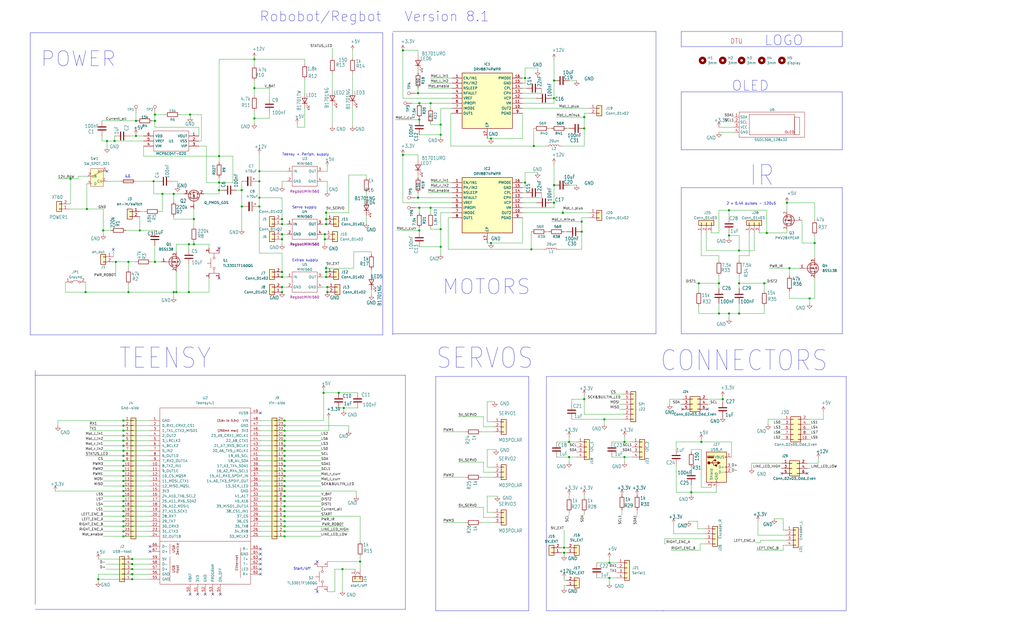
<source format=kicad_sch>
(kicad_sch (version 20230121) (generator eeschema)
  (paper "User" 516.433 316.636)
  (junction (at 62.23 227.33))
  (junction (at 57.785 71.12))
  (junction (at 269.24 73.66))
  (junction (at 142.24 118.11))
  (junction (at 314.96 222.885))
  (junction (at 62.23 237.49))
  (junction (at 62.23 270.51))
  (junction (at 372.745 142.875))
  (junction (at 367.665 158.115))
  (junction (at 287.02 222.885))
  (junction (at 66.675 289.56))
  (junction (at 66.675 284.48))
  (junction (at 396.875 102.235))
  (junction (at 128.27 59.69))
  (junction (at 121.92 104.14))
  (junction (at 143.51 250.19))
  (junction (at 164.465 139.7))
  (junction (at 87.63 97.79))
  (junction (at 279.4 40.64))
  (junction (at 87.63 147.32))
  (junction (at 110.49 92.075))
  (junction (at 43.815 105.41))
  (junction (at 62.23 232.41))
  (junction (at 163.83 120.65))
  (junction (at 372.745 126.365))
  (junction (at 143.51 214.63))
  (junction (at 43.18 147.32))
  (junction (at 247.65 69.85))
  (junction (at 143.51 270.51))
  (junction (at 304.8 211.455))
  (junction (at 142.24 113.03))
  (junction (at 170.815 198.12))
  (junction (at 62.23 247.65))
  (junction (at 142.24 120.65))
  (junction (at 164.465 137.16))
  (junction (at 58.42 132.08))
  (junction (at 62.23 224.79))
  (junction (at 81.915 97.79))
  (junction (at 95.25 123.19))
  (junction (at 62.23 267.97))
  (junction (at 367.665 106.045))
  (junction (at 62.23 257.81))
  (junction (at 143.51 212.09))
  (junction (at 348.615 248.285))
  (junction (at 62.23 222.25))
  (junction (at 64.77 132.08))
  (junction (at 284.48 276.225))
  (junction (at 163.83 118.11))
  (junction (at 68.58 60.96))
  (junction (at 222.25 67.945))
  (junction (at 77.47 91.44))
  (junction (at 62.23 212.09))
  (junction (at 143.51 265.43))
  (junction (at 164.465 110.49))
  (junction (at 362.585 158.115))
  (junction (at 164.465 107.315))
  (junction (at 130.81 104.14))
  (junction (at 367.665 118.745))
  (junction (at 142.24 139.7))
  (junction (at 294.64 59.055))
  (junction (at 130.81 91.44))
  (junction (at 68.58 68.58))
  (junction (at 62.23 214.63))
  (junction (at 386.715 117.475))
  (junction (at 408.305 150.495))
  (junction (at 66.675 292.1))
  (junction (at 143.51 217.17))
  (junction (at 130.81 99.695))
  (junction (at 95.25 147.32))
  (junction (at 97.79 123.19))
  (junction (at 62.23 229.87))
  (junction (at 62.23 262.89))
  (junction (at 217.17 104.775))
  (junction (at 143.51 247.65))
  (junction (at 143.51 260.35))
  (junction (at 62.23 219.71))
  (junction (at 128.27 44.45))
  (junction (at 143.51 240.03))
  (junction (at 62.23 234.95))
  (junction (at 78.105 132.08))
  (junction (at 143.51 257.81))
  (junction (at 143.51 224.79))
  (junction (at 293.37 111.76))
  (junction (at 66.675 281.94))
  (junction (at 121.92 95.885))
  (junction (at 143.51 229.87))
  (junction (at 181.61 283.21))
  (junction (at 66.675 287.02))
  (junction (at 130.81 86.36))
  (junction (at 62.23 240.03))
  (junction (at 62.23 265.43))
  (junction (at 364.49 201.295))
  (junction (at 143.51 262.89))
  (junction (at 64.77 147.32))
  (junction (at 307.34 283.845))
  (junction (at 264.795 92.075))
  (junction (at 143.51 242.57))
  (junction (at 110.49 95.885))
  (junction (at 143.51 219.71))
  (junction (at 143.51 227.33))
  (junction (at 293.37 116.84))
  (junction (at 142.24 110.49))
  (junction (at 62.23 252.73))
  (junction (at 164.465 113.03))
  (junction (at 143.51 255.27))
  (junction (at 143.51 232.41))
  (junction (at 95.885 57.785))
  (junction (at 165.1 147.32))
  (junction (at 314.96 230.505))
  (junction (at 62.23 250.19))
  (junction (at 267.97 125.73))
  (junction (at 164.465 135.255))
  (junction (at 279.4 93.345))
  (junction (at 53.975 71.12))
  (junction (at 211.455 60.325))
  (junction (at 203.2 78.105))
  (junction (at 163.195 198.12))
  (junction (at 62.23 245.11))
  (junction (at 142.24 137.16))
  (junction (at 172.72 287.02))
  (junction (at 247.65 122.555))
  (junction (at 62.23 242.57))
  (junction (at 62.23 260.35))
  (junction (at 128.27 29.845))
  (junction (at 211.455 116.205))
  (junction (at 35.56 90.17))
  (junction (at 62.23 217.17))
  (junction (at 210.82 46.99))
  (junction (at 143.51 222.25))
  (junction (at 143.51 234.95))
  (junction (at 211.455 104.775))
  (junction (at 385.445 142.875))
  (junction (at 284.48 278.765))
  (junction (at 279.4 102.235))
  (junction (at 362.585 142.875))
  (junction (at 143.51 267.97))
  (junction (at 222.25 124.46))
  (junction (at 62.23 255.27))
  (junction (at 279.4 49.53))
  (junction (at 143.51 252.73))
  (junction (at 410.845 122.555))
  (junction (at 372.745 158.115))
  (junction (at 307.34 291.465))
  (junction (at 217.17 52.07))
  (junction (at 88.9 147.32))
  (junction (at 173.355 205.74))
  (junction (at 78.105 57.785))
  (junction (at 203.2 25.4))
  (junction (at 142.24 147.32))
  (junction (at 70.485 116.205))
  (junction (at 294.64 64.77))
  (junction (at 165.1 144.78))
  (junction (at 142.24 144.78))
  (junction (at 264.795 39.37))
  (junction (at 211.455 52.07))
  (junction (at 398.145 135.255))
  (junction (at 110.49 78.74))
  (junction (at 210.82 99.695))
  (junction (at 52.07 116.205))
  (junction (at 143.51 237.49))
  (junction (at 222.25 115.57))
  (junction (at 222.25 62.865))
  (junction (at 287.02 230.505))
  (junction (at 353.695 222.885))
  (junction (at 352.425 142.875))
  (junction (at 294.64 201.295))
  (junction (at 97.79 110.49))
  (junction (at 49.53 292.1))
  (junction (at 143.51 245.11))
  (junction (at 283.845 107.315))
  (junction (at 78.105 60.96))
  (no_connect (at 110.49 140.335))
  (no_connect (at 111.125 299.72))
  (no_connect (at 131.445 281.94))
  (no_connect (at 131.445 287.02))
  (no_connect (at 131.445 284.48))
  (no_connect (at 131.445 276.86))
  (no_connect (at 131.445 279.4))
  (no_connect (at 407.035 238.76))
  (no_connect (at 394.335 238.76))
  (no_connect (at 107.315 299.72))
  (no_connect (at 160.02 283.21))
  (no_connect (at 57.15 125.73))
  (no_connect (at 131.445 208.28))
  (no_connect (at 110.49 125.095))
  (no_connect (at 103.505 299.72))
  (no_connect (at 160.02 298.45))
  (no_connect (at 53.975 86.36))
  (no_connect (at 344.17 206.375))
  (no_connect (at 356.87 206.375))
  (no_connect (at 99.695 299.72))
  (no_connect (at 131.445 289.56))
  (no_connect (at 75.565 275.59))
  (no_connect (at 75.565 278.13))
  (no_connect (at 95.885 299.72))
  (wire (pts (xy 278.13 111.76) (xy 293.37 111.76)))
  (wire (pts (xy 142.24 120.65) (xy 142.24 123.19)))
  (wire (pts (xy 222.25 124.46) (xy 222.25 128.27)))
  (wire (pts (xy 408.305 150.495) (xy 408.305 153.035)))
  (wire (pts (xy 62.23 212.09) (xy 75.565 212.09)))
  (wire (pts (xy 87.63 110.49) (xy 97.79 110.49)))
  (wire (pts (xy 43.815 105.41) (xy 52.07 105.41)))
  (wire (pts (xy 352.425 158.115) (xy 362.585 158.115)))
  (wire (pts (xy 58.42 139.7) (xy 58.42 132.08)))
  (wire (pts (xy 284.48 292.735) (xy 284.48 291.465)))
  (wire (pts (xy 43.18 229.87) (xy 62.23 229.87)))
  (wire (pts (xy 52.07 240.03) (xy 62.23 240.03)))
  (wire (pts (xy 415.29 207.645) (xy 415.29 211.455)))
  (polyline (pts (xy 219.71 189.865) (xy 219.71 307.975)))
  (wire (pts (xy 62.23 255.27) (xy 75.565 255.27)))
  (wire (pts (xy 187.325 127) (xy 178.435 127)))
  (wire (pts (xy 131.445 250.19) (xy 143.51 250.19)))
  (wire (pts (xy 337.82 203.835) (xy 337.82 201.295)))
  (wire (pts (xy 43.18 147.32) (xy 64.77 147.32)))
  (wire (pts (xy 43.815 92.71) (xy 43.815 105.41)))
  (wire (pts (xy 178.435 135.255) (xy 164.465 135.255)))
  (wire (pts (xy 102.87 97.79) (xy 110.49 97.79)))
  (wire (pts (xy 211.455 104.775) (xy 217.17 104.775)))
  (wire (pts (xy 203.2 78.105) (xy 203.2 102.235)))
  (wire (pts (xy 131.445 212.09) (xy 143.51 212.09)))
  (wire (pts (xy 52.07 224.79) (xy 62.23 224.79)))
  (wire (pts (xy 364.49 201.295) (xy 364.49 200.025)))
  (wire (pts (xy 362.585 106.045) (xy 367.665 106.045)))
  (wire (pts (xy 143.51 232.41) (xy 161.925 232.41)))
  (wire (pts (xy 131.445 265.43) (xy 143.51 265.43)))
  (wire (pts (xy 242.57 217.805) (xy 248.92 217.805)))
  (wire (pts (xy 245.745 212.725) (xy 248.92 212.725)))
  (wire (pts (xy 128.27 59.69) (xy 135.89 59.69)))
  (wire (pts (xy 164.465 107.315) (xy 164.465 110.49)))
  (wire (pts (xy 280.67 222.885) (xy 287.02 222.885)))
  (wire (pts (xy 95.885 59.055) (xy 95.885 57.785)))
  (wire (pts (xy 88.9 147.32) (xy 95.25 147.32)))
  (wire (pts (xy 131.445 237.49) (xy 143.51 237.49)))
  (wire (pts (xy 362.585 153.035) (xy 362.585 158.115)))
  (wire (pts (xy 165.1 86.36) (xy 165.1 83.82)))
  (wire (pts (xy 172.72 287.02) (xy 172.72 297.815)))
  (wire (pts (xy 314.96 230.505) (xy 318.77 230.505)))
  (wire (pts (xy 179.705 247.65) (xy 179.705 250.19)))
  (wire (pts (xy 131.445 229.87) (xy 143.51 229.87)))
  (wire (pts (xy 394.97 221.615) (xy 393.7 221.615)))
  (wire (pts (xy 70.485 109.22) (xy 70.485 116.205)))
  (wire (pts (xy 264.795 41.91) (xy 263.525 41.91)))
  (polyline (pts (xy 424.815 94.615) (xy 424.815 168.275)))
  (wire (pts (xy 321.31 257.175) (xy 321.31 259.715)))
  (wire (pts (xy 340.995 234.315) (xy 340.995 248.285)))
  (wire (pts (xy 131.445 257.81) (xy 143.51 257.81)))
  (wire (pts (xy 362.585 106.045) (xy 362.585 117.475)))
  (wire (pts (xy 279.4 93.345) (xy 279.4 102.235)))
  (wire (pts (xy 287.02 93.345) (xy 290.83 93.345)))
  (wire (pts (xy 278.13 49.53) (xy 279.4 49.53)))
  (wire (pts (xy 398.145 135.255) (xy 387.985 135.255)))
  (wire (pts (xy 294.64 208.915) (xy 314.325 208.915)))
  (wire (pts (xy 66.675 284.48) (xy 75.565 284.48)))
  (wire (pts (xy 223.52 240.665) (xy 234.95 240.665)))
  (wire (pts (xy 287.02 230.505) (xy 287.02 233.045)))
  (wire (pts (xy 162.56 118.11) (xy 163.83 118.11)))
  (wire (pts (xy 293.37 111.76) (xy 293.37 116.84)))
  (wire (pts (xy 247.65 122.555) (xy 263.525 122.555)))
  (wire (pts (xy 294.64 57.15) (xy 294.64 59.055)))
  (wire (pts (xy 287.02 258.445) (xy 287.02 259.715)))
  (wire (pts (xy 314.96 220.345) (xy 314.96 222.885)))
  (wire (pts (xy 142.24 118.11) (xy 144.78 118.11)))
  (wire (pts (xy 104.14 73.66) (xy 104.14 92.075)))
  (wire (pts (xy 131.445 232.41) (xy 143.51 232.41)))
  (wire (pts (xy 143.51 270.51) (xy 161.925 270.51)))
  (wire (pts (xy 217.17 104.775) (xy 227.965 104.775)))
  (wire (pts (xy 168.91 298.45) (xy 168.91 287.02)))
  (wire (pts (xy 143.51 267.97) (xy 175.895 267.97)))
  (wire (pts (xy 307.975 198.755) (xy 314.325 198.755)))
  (wire (pts (xy 173.355 205.74) (xy 173.355 207.01)))
  (wire (pts (xy 396.875 102.235) (xy 396.875 106.045)))
  (wire (pts (xy 407.67 219.075) (xy 408.94 219.075)))
  (wire (pts (xy 273.05 99.695) (xy 263.525 99.695)))
  (polyline (pts (xy 426.72 189.865) (xy 331.47 189.865)))
  (polyline (pts (xy 334.01 307.975) (xy 426.72 307.975)))
  (wire (pts (xy 394.97 261.62) (xy 394.97 267.335)))
  (wire (pts (xy 386.715 117.475) (xy 386.715 106.045)))
  (wire (pts (xy 243.84 215.265) (xy 243.84 210.185)))
  (wire (pts (xy 52.07 219.71) (xy 62.23 219.71)))
  (wire (pts (xy 52.07 252.73) (xy 62.23 252.73)))
  (wire (pts (xy 62.23 250.19) (xy 75.565 250.19)))
  (wire (pts (xy 187.325 127) (xy 187.325 128.27)))
  (wire (pts (xy 110.49 92.075) (xy 110.49 95.885)))
  (wire (pts (xy 264.795 94.615) (xy 263.525 94.615)))
  (wire (pts (xy 263.525 92.075) (xy 264.795 92.075)))
  (wire (pts (xy 410.845 102.235) (xy 410.845 111.125)))
  (wire (pts (xy 348.615 226.695) (xy 348.615 227.965)))
  (wire (pts (xy 76.835 60.96) (xy 78.105 60.96)))
  (wire (pts (xy 142.24 127.635) (xy 142.24 137.16)))
  (wire (pts (xy 245.745 122.555) (xy 247.65 122.555)))
  (wire (pts (xy 271.145 34.29) (xy 271.145 35.56)))
  (wire (pts (xy 362.585 66.675) (xy 370.205 66.675)))
  (wire (pts (xy 245.745 258.445) (xy 245.745 250.19)))
  (wire (pts (xy 245.745 235.585) (xy 248.92 235.585)))
  (wire (pts (xy 351.155 142.875) (xy 352.425 142.875)))
  (wire (pts (xy 294.64 64.77) (xy 294.64 73.66)))
  (wire (pts (xy 284.48 116.84) (xy 285.75 116.84)))
  (wire (pts (xy 162.56 91.44) (xy 165.1 91.44)))
  (wire (pts (xy 294.64 258.445) (xy 294.64 259.715)))
  (wire (pts (xy 367.665 118.745) (xy 367.665 120.015)))
  (wire (pts (xy 66.675 287.02) (xy 75.565 287.02)))
  (wire (pts (xy 353.695 245.745) (xy 353.695 226.695)))
  (wire (pts (xy 78.105 60.96) (xy 78.74 60.96)))
  (wire (pts (xy 88.9 123.19) (xy 95.25 123.19)))
  (wire (pts (xy 396.875 116.205) (xy 396.875 117.475)))
  (wire (pts (xy 312.42 206.375) (xy 314.325 206.375)))
  (wire (pts (xy 62.23 214.63) (xy 75.565 214.63)))
  (wire (pts (xy 131.445 262.89) (xy 143.51 262.89)))
  (wire (pts (xy 164.465 135.255) (xy 164.465 137.16)))
  (wire (pts (xy 398.145 135.255) (xy 398.145 139.065)))
  (wire (pts (xy 394.97 219.075) (xy 393.7 219.075)))
  (wire (pts (xy 187.325 146.05) (xy 187.325 148.59)))
  (wire (pts (xy 52.07 245.11) (xy 62.23 245.11)))
  (wire (pts (xy 245.745 235.585) (xy 245.745 226.695)))
  (polyline (pts (xy 424.815 168.275) (xy 343.535 168.275)))
  (wire (pts (xy 33.02 147.32) (xy 43.18 147.32)))
  (wire (pts (xy 163.83 120.65) (xy 163.83 123.19)))
  (wire (pts (xy 348.615 249.555) (xy 348.615 248.285)))
  (wire (pts (xy 379.095 233.68) (xy 394.335 233.68)))
  (wire (pts (xy 394.97 267.335) (xy 396.24 267.335)))
  (wire (pts (xy 279.4 29.845) (xy 279.4 40.64)))
  (wire (pts (xy 335.915 274.32) (xy 335.28 274.32)))
  (wire (pts (xy 217.17 62.23) (xy 217.17 62.865)))
  (wire (pts (xy 52.07 227.33) (xy 62.23 227.33)))
  (wire (pts (xy 211.455 67.945) (xy 222.25 67.945)))
  (wire (pts (xy 97.79 123.19) (xy 95.25 123.19)))
  (wire (pts (xy 142.24 91.44) (xy 144.78 91.44)))
  (wire (pts (xy 372.745 128.905) (xy 372.745 131.445)))
  (wire (pts (xy 100.33 68.58) (xy 100.33 64.135)))
  (wire (pts (xy 131.445 227.33) (xy 143.51 227.33)))
  (wire (pts (xy 68.58 57.15) (xy 68.58 60.96)))
  (wire (pts (xy 209.55 99.695) (xy 210.82 99.695)))
  (wire (pts (xy 283.21 73.66) (xy 294.64 73.66)))
  (polyline (pts (xy 424.815 15.875) (xy 343.535 15.875)))
  (wire (pts (xy 181.61 280.67) (xy 181.61 283.21)))
  (wire (pts (xy 49.53 289.56) (xy 49.53 292.1)))
  (wire (pts (xy 353.695 222.885) (xy 340.995 222.885)))
  (wire (pts (xy 358.775 117.475) (xy 362.585 117.475)))
  (wire (pts (xy 87.63 97.79) (xy 92.71 97.79)))
  (wire (pts (xy 153.67 64.135) (xy 149.86 64.135)))
  (wire (pts (xy 78.105 57.785) (xy 83.185 57.785)))
  (polyline (pts (xy 424.815 15.875) (xy 424.815 23.495)))
  (wire (pts (xy 128.27 40.64) (xy 128.27 44.45)))
  (wire (pts (xy 135.89 59.69) (xy 135.89 57.15)))
  (wire (pts (xy 264.795 34.29) (xy 264.795 39.37)))
  (wire (pts (xy 407.035 236.22) (xy 408.94 236.22)))
  (wire (pts (xy 394.97 274.955) (xy 394.97 277.495)))
  (wire (pts (xy 128.27 44.45) (xy 135.89 44.45)))
  (wire (pts (xy 57.15 125.73) (xy 57.15 129.54)))
  (wire (pts (xy 131.445 245.11) (xy 143.51 245.11)))
  (wire (pts (xy 287.02 230.505) (xy 290.83 230.505)))
  (wire (pts (xy 335.28 271.78) (xy 355.6 271.78)))
  (wire (pts (xy 52.07 270.51) (xy 62.23 270.51)))
  (wire (pts (xy 170.815 198.12) (xy 180.34 198.12)))
  (wire (pts (xy 131.445 214.63) (xy 143.51 214.63)))
  (wire (pts (xy 227.33 73.66) (xy 269.24 73.66)))
  (wire (pts (xy 209.55 104.775) (xy 211.455 104.775)))
  (wire (pts (xy 162.56 144.78) (xy 165.1 144.78)))
  (wire (pts (xy 121.92 104.14) (xy 122.555 104.14)))
  (wire (pts (xy 367.665 158.115) (xy 372.745 158.115)))
  (wire (pts (xy 78.105 64.135) (xy 78.105 60.96)))
  (wire (pts (xy 49.53 292.1) (xy 49.53 293.37)))
  (polyline (pts (xy 17.78 307.34) (xy 204.47 307.34)))
  (wire (pts (xy 242.57 240.665) (xy 248.92 240.665)))
  (wire (pts (xy 210.82 88.265) (xy 210.82 89.535)))
  (wire (pts (xy 66.675 281.94) (xy 75.565 281.94)))
  (wire (pts (xy 68.58 68.58) (xy 72.39 68.58)))
  (polyline (pts (xy 198.12 16.51) (xy 198.12 168.91)))
  (wire (pts (xy 65.405 68.58) (xy 68.58 68.58)))
  (wire (pts (xy 143.51 224.79) (xy 161.925 224.79)))
  (wire (pts (xy 243.84 255.905) (xy 231.14 255.905)))
  (wire (pts (xy 217.17 114.935) (xy 217.17 115.57)))
  (wire (pts (xy 243.84 238.125) (xy 243.84 233.045)))
  (wire (pts (xy 227.965 54.61) (xy 222.25 54.61)))
  (wire (pts (xy 53.34 284.48) (xy 66.675 284.48)))
  (wire (pts (xy 62.23 240.03) (xy 75.565 240.03)))
  (wire (pts (xy 394.335 236.22) (xy 393.7 236.22)))
  (wire (pts (xy 72.39 78.74) (xy 110.49 78.74)))
  (wire (pts (xy 227.965 107.315) (xy 222.25 107.315)))
  (wire (pts (xy 263.525 57.15) (xy 263.525 69.85)))
  (wire (pts (xy 52.07 232.41) (xy 62.23 232.41)))
  (wire (pts (xy 70.485 116.205) (xy 78.105 116.205)))
  (wire (pts (xy 131.445 267.97) (xy 143.51 267.97)))
  (wire (pts (xy 284.48 267.335) (xy 284.48 276.225)))
  (polyline (pts (xy 193.04 168.91) (xy 193.04 16.51)))
  (wire (pts (xy 64.77 132.08) (xy 64.77 135.89)))
  (wire (pts (xy 245.745 226.695) (xy 250.19 226.695)))
  (wire (pts (xy 382.27 269.875) (xy 382.27 262.89)))
  (wire (pts (xy 100.33 64.135) (xy 78.105 64.135)))
  (wire (pts (xy 43.18 142.24) (xy 43.18 147.32)))
  (wire (pts (xy 62.23 222.25) (xy 75.565 222.25)))
  (wire (pts (xy 149.86 64.135) (xy 149.86 62.23)))
  (wire (pts (xy 210.82 25.4) (xy 210.82 27.94)))
  (wire (pts (xy 410.845 150.495) (xy 408.305 150.495)))
  (wire (pts (xy 364.49 202.565) (xy 364.49 201.295)))
  (wire (pts (xy 222.25 54.61) (xy 222.25 62.865)))
  (wire (pts (xy 209.55 46.99) (xy 210.82 46.99)))
  (wire (pts (xy 351.79 266.7) (xy 355.6 266.7)))
  (wire (pts (xy 267.97 116.84) (xy 267.97 125.73)))
  (wire (pts (xy 347.345 262.89) (xy 351.79 262.89)))
  (wire (pts (xy 142.24 137.16) (xy 142.24 139.7)))
  (wire (pts (xy 68.58 91.44) (xy 77.47 91.44)))
  (wire (pts (xy 340.995 248.285) (xy 348.615 248.285)))
  (wire (pts (xy 167.64 36.83) (xy 167.64 45.72)))
  (wire (pts (xy 362.585 64.135) (xy 370.205 64.135)))
  (wire (pts (xy 165.1 298.45) (xy 168.91 298.45)))
  (wire (pts (xy 263.525 109.855) (xy 263.525 122.555)))
  (wire (pts (xy 33.02 142.24) (xy 33.02 147.32)))
  (wire (pts (xy 367.665 117.475) (xy 367.665 118.745)))
  (polyline (pts (xy 275.59 307.975) (xy 331.47 307.975)))
  (wire (pts (xy 64.77 147.32) (xy 87.63 147.32)))
  (wire (pts (xy 362.585 158.115) (xy 367.665 158.115)))
  (wire (pts (xy 243.84 233.045) (xy 231.14 233.045)))
  (wire (pts (xy 142.24 144.78) (xy 144.78 144.78)))
  (wire (pts (xy 353.06 274.32) (xy 353.06 277.495)))
  (wire (pts (xy 285.75 278.765) (xy 284.48 278.765)))
  (wire (pts (xy 287.02 40.64) (xy 290.83 40.64)))
  (wire (pts (xy 62.23 265.43) (xy 75.565 265.43)))
  (wire (pts (xy 372.745 158.115) (xy 385.445 158.115)))
  (wire (pts (xy 110.49 78.74) (xy 117.475 78.74)))
  (wire (pts (xy 379.095 236.22) (xy 379.095 233.68)))
  (polyline (pts (xy 198.12 168.275) (xy 330.835 168.275)))
  (polyline (pts (xy 343.535 75.565) (xy 424.815 75.565)))
  (wire (pts (xy 110.49 29.845) (xy 110.49 78.74)))
  (wire (pts (xy 131.445 270.51) (xy 143.51 270.51)))
  (polyline (pts (xy 275.59 189.865) (xy 275.59 307.975)))
  (wire (pts (xy 52.07 237.49) (xy 62.23 237.49)))
  (wire (pts (xy 70.485 106.68) (xy 73.025 106.68)))
  (wire (pts (xy 177.8 36.83) (xy 177.8 45.72)))
  (wire (pts (xy 97.79 121.92) (xy 97.79 123.19)))
  (wire (pts (xy 175.895 107.315) (xy 164.465 107.315)))
  (wire (pts (xy 263.525 49.53) (xy 270.51 49.53)))
  (wire (pts (xy 294.64 249.555) (xy 294.64 250.825)))
  (wire (pts (xy 381 273.685) (xy 383.54 273.685)))
  (wire (pts (xy 271.145 86.995) (xy 264.795 86.995)))
  (wire (pts (xy 227.965 99.695) (xy 210.82 99.695)))
  (wire (pts (xy 49.53 281.94) (xy 66.675 281.94)))
  (wire (pts (xy 88.9 127) (xy 88.9 123.19)))
  (wire (pts (xy 356.87 203.835) (xy 358.14 203.835)))
  (wire (pts (xy 367.665 106.045) (xy 367.665 109.855)))
  (wire (pts (xy 62.23 252.73) (xy 75.565 252.73)))
  (wire (pts (xy 121.92 91.44) (xy 121.92 95.885)))
  (wire (pts (xy 52.07 250.19) (xy 62.23 250.19)))
  (wire (pts (xy 45.085 217.17) (xy 62.23 217.17)))
  (wire (pts (xy 52.07 265.43) (xy 62.23 265.43)))
  (wire (pts (xy 356.235 117.475) (xy 356.235 126.365)))
  (wire (pts (xy 129.54 91.44) (xy 130.81 91.44)))
  (wire (pts (xy 143.51 242.57) (xy 161.925 242.57)))
  (wire (pts (xy 339.725 269.24) (xy 339.725 264.16)))
  (wire (pts (xy 143.51 227.33) (xy 161.925 227.33)))
  (wire (pts (xy 263.525 44.45) (xy 265.43 44.45)))
  (wire (pts (xy 165.1 283.21) (xy 181.61 283.21)))
  (wire (pts (xy 243.84 210.185) (xy 231.14 210.185)))
  (wire (pts (xy 142.24 144.78) (xy 142.24 147.32)))
  (wire (pts (xy 294.64 199.39) (xy 294.64 201.295)))
  (wire (pts (xy 415.29 211.455) (xy 407.67 211.455)))
  (wire (pts (xy 62.23 227.33) (xy 75.565 227.33)))
  (wire (pts (xy 164.465 133.985) (xy 164.465 135.255)))
  (wire (pts (xy 131.445 240.03) (xy 143.51 240.03)))
  (wire (pts (xy 279.4 82.55) (xy 279.4 93.345)))
  (wire (pts (xy 307.34 281.305) (xy 307.34 283.845)))
  (wire (pts (xy 89.535 91.44) (xy 89.535 93.98)))
  (wire (pts (xy 130.81 99.695) (xy 142.24 99.695)))
  (wire (pts (xy 35.56 90.17) (xy 35.56 102.87)))
  (wire (pts (xy 410.845 150.495) (xy 410.845 140.335)))
  (polyline (pts (xy 424.815 46.355) (xy 424.815 75.565)))
  (polyline (pts (xy 15.24 16.51) (xy 15.24 168.91)))
  (wire (pts (xy 223.52 217.805) (xy 234.95 217.805)))
  (wire (pts (xy 62.23 262.89) (xy 75.565 262.89)))
  (wire (pts (xy 57.15 132.08) (xy 58.42 132.08)))
  (wire (pts (xy 77.47 91.44) (xy 77.47 97.79)))
  (wire (pts (xy 217.17 94.615) (xy 227.965 94.615)))
  (wire (pts (xy 165.1 144.78) (xy 165.1 147.32)))
  (wire (pts (xy 215.9 97.155) (xy 227.965 97.155)))
  (wire (pts (xy 142.24 139.7) (xy 144.78 139.7)))
  (wire (pts (xy 62.23 224.79) (xy 75.565 224.79)))
  (wire (pts (xy 110.49 78.74) (xy 110.49 81.915)))
  (wire (pts (xy 245.745 250.19) (xy 250.825 250.19)))
  (wire (pts (xy 222.25 115.57) (xy 217.17 115.57)))
  (wire (pts (xy 72.39 73.66) (xy 72.39 78.74)))
  (wire (pts (xy 167.64 24.13) (xy 167.64 29.21)))
  (wire (pts (xy 184.785 97.155) (xy 184.785 100.965)))
  (wire (pts (xy 153.67 40.005) (xy 153.67 46.99)))
  (wire (pts (xy 287.02 220.345) (xy 287.02 222.885)))
  (wire (pts (xy 353.695 221.615) (xy 353.695 222.885)))
  (wire (pts (xy 128.27 44.45) (xy 128.27 48.26)))
  (wire (pts (xy 271.145 34.29) (xy 264.795 34.29)))
  (polyline (pts (xy 204.47 189.23) (xy 17.78 189.23)))
  (wire (pts (xy 387.35 211.455) (xy 387.35 213.995)))
  (wire (pts (xy 143.51 240.03) (xy 161.925 240.03)))
  (wire (pts (xy 64.77 143.51) (xy 64.77 147.32)))
  (wire (pts (xy 210.82 78.105) (xy 210.82 80.645)))
  (wire (pts (xy 62.23 234.95) (xy 75.565 234.95)))
  (wire (pts (xy 119.38 95.885) (xy 121.92 95.885)))
  (wire (pts (xy 130.175 104.14) (xy 130.81 104.14)))
  (wire (pts (xy 283.21 278.765) (xy 284.48 278.765)))
  (wire (pts (xy 273.05 46.99) (xy 263.525 46.99)))
  (wire (pts (xy 143.51 257.81) (xy 161.925 257.81)))
  (wire (pts (xy 407.67 216.535) (xy 408.94 216.535)))
  (polyline (pts (xy 343.535 94.615) (xy 343.535 168.275)))
  (wire (pts (xy 128.27 55.88) (xy 128.27 59.69)))
  (wire (pts (xy 57.785 68.58) (xy 57.785 71.12)))
  (wire (pts (xy 287.02 222.885) (xy 290.83 222.885)))
  (wire (pts (xy 130.81 91.44) (xy 130.81 99.695)))
  (wire (pts (xy 95.25 133.35) (xy 95.25 147.32)))
  (wire (pts (xy 245.745 258.445) (xy 248.92 258.445)))
  (wire (pts (xy 283.845 106.045) (xy 283.845 107.315)))
  (wire (pts (xy 130.81 86.36) (xy 130.81 91.44)))
  (wire (pts (xy 53.975 71.12) (xy 53.975 74.295)))
  (wire (pts (xy 143.51 217.17) (xy 165.735 217.17)))
  (wire (pts (xy 382.905 117.475) (xy 386.715 117.475)))
  (wire (pts (xy 110.49 95.885) (xy 110.49 97.79)))
  (wire (pts (xy 312.42 203.835) (xy 314.325 203.835)))
  (wire (pts (xy 52.07 242.57) (xy 62.23 242.57)))
  (wire (pts (xy 396.24 269.875) (xy 382.27 269.875)))
  (wire (pts (xy 275.59 116.84) (xy 276.86 116.84)))
  (wire (pts (xy 184.785 88.265) (xy 175.895 88.265)))
  (wire (pts (xy 294.64 208.915) (xy 294.64 201.295)))
  (wire (pts (xy 163.195 196.85) (xy 163.195 198.12)))
  (wire (pts (xy 394.97 211.455) (xy 387.35 211.455)))
  (wire (pts (xy 29.21 212.09) (xy 29.21 214.63)))
  (polyline (pts (xy 266.7 189.865) (xy 266.7 307.975)))
  (wire (pts (xy 128.27 59.69) (xy 128.27 62.23)))
  (wire (pts (xy 307.34 283.845) (xy 311.15 283.845)))
  (wire (pts (xy 372.745 145.415) (xy 372.745 142.875)))
  (wire (pts (xy 142.24 91.44) (xy 142.24 93.98)))
  (wire (pts (xy 297.18 109.855) (xy 293.37 109.855)))
  (wire (pts (xy 163.195 198.12) (xy 163.195 212.09)))
  (wire (pts (xy 110.49 92.075) (xy 117.475 92.075)))
  (wire (pts (xy 39.37 88.9) (xy 39.37 90.17)))
  (wire (pts (xy 210.82 46.99) (xy 210.82 44.45)))
  (polyline (pts (xy 331.47 307.975) (xy 334.645 307.975)))
  (wire (pts (xy 53.975 71.12) (xy 57.785 71.12)))
  (wire (pts (xy 344.17 203.835) (xy 342.9 203.835)))
  (wire (pts (xy 412.75 233.68) (xy 412.75 231.14)))
  (wire (pts (xy 227.965 102.235) (xy 203.2 102.235)))
  (wire (pts (xy 187.325 135.89) (xy 187.325 138.43)))
  (wire (pts (xy 181.61 260.35) (xy 181.61 273.05)))
  (wire (pts (xy 199.39 60.325) (xy 211.455 60.325)))
  (wire (pts (xy 211.455 104.775) (xy 211.455 107.315)))
  (wire (pts (xy 87.63 97.79) (xy 87.63 101.6)))
  (wire (pts (xy 314.325 201.295) (xy 313.055 201.295)))
  (polyline (pts (xy 219.71 307.975) (xy 266.7 307.975)))
  (wire (pts (xy 398.145 135.255) (xy 403.225 135.255)))
  (wire (pts (xy 63.5 116.205) (xy 70.485 116.205)))
  (polyline (pts (xy 330.835 15.875) (xy 198.12 15.875)))
  (wire (pts (xy 307.34 291.465) (xy 307.34 294.005)))
  (wire (pts (xy 245.745 212.725) (xy 245.745 202.565)))
  (wire (pts (xy 211.455 116.205) (xy 211.455 116.84)))
  (wire (pts (xy 358.775 245.745) (xy 353.695 245.745)))
  (wire (pts (xy 143.51 252.73) (xy 161.925 252.73)))
  (wire (pts (xy 68.58 60.96) (xy 69.215 60.96)))
  (wire (pts (xy 269.24 64.77) (xy 269.24 73.66)))
  (wire (pts (xy 52.07 255.27) (xy 62.23 255.27)))
  (wire (pts (xy 217.17 92.075) (xy 227.965 92.075)))
  (wire (pts (xy 130.81 86.36) (xy 144.78 86.36)))
  (wire (pts (xy 90.805 57.785) (xy 95.885 57.785)))
  (wire (pts (xy 407.67 213.995) (xy 408.94 213.995)))
  (wire (pts (xy 164.465 106.045) (xy 164.465 107.315)))
  (wire (pts (xy 110.49 95.885) (xy 111.76 95.885)))
  (wire (pts (xy 362.585 139.065) (xy 362.585 142.875)))
  (wire (pts (xy 368.935 222.885) (xy 353.695 222.885)))
  (wire (pts (xy 175.895 88.265) (xy 175.895 107.315)))
  (wire (pts (xy 62.23 219.71) (xy 75.565 219.71)))
  (wire (pts (xy 348.615 248.285) (xy 348.615 244.475)))
  (wire (pts (xy 66.675 289.56) (xy 75.565 289.56)))
  (wire (pts (xy 184.785 108.585) (xy 184.785 112.395)))
  (wire (pts (xy 53.34 287.02) (xy 66.675 287.02)))
  (wire (pts (xy 62.23 229.87) (xy 75.565 229.87)))
  (wire (pts (xy 49.53 292.1) (xy 66.675 292.1)))
  (wire (pts (xy 337.82 201.295) (xy 344.17 201.295)))
  (wire (pts (xy 51.435 68.58) (xy 51.435 71.12)))
  (wire (pts (xy 283.845 107.315) (xy 297.18 107.315)))
  (wire (pts (xy 27.94 247.65) (xy 62.23 247.65)))
  (polyline (pts (xy 204.47 189.23) (xy 204.47 307.34)))
  (wire (pts (xy 80.645 106.68) (xy 81.915 106.68)))
  (wire (pts (xy 276.86 64.77) (xy 278.13 64.77)))
  (wire (pts (xy 88.9 147.32) (xy 88.9 137.16)))
  (wire (pts (xy 398.145 146.685) (xy 398.145 150.495)))
  (wire (pts (xy 78.105 123.825) (xy 78.105 132.08)))
  (wire (pts (xy 227.965 49.53) (xy 203.2 49.53)))
  (wire (pts (xy 121.92 104.14) (xy 121.92 115.57)))
  (wire (pts (xy 100.33 73.66) (xy 104.14 73.66)))
  (wire (pts (xy 267.97 125.73) (xy 274.32 125.73)))
  (wire (pts (xy 372.745 142.875) (xy 385.445 142.875)))
  (wire (pts (xy 362.585 128.905) (xy 362.585 131.445)))
  (wire (pts (xy 385.445 142.875) (xy 385.445 146.685)))
  (wire (pts (xy 143.51 265.43) (xy 173.355 265.43)))
  (wire (pts (xy 53.975 91.44) (xy 60.96 91.44)))
  (wire (pts (xy 242.57 263.525) (xy 248.92 263.525)))
  (wire (pts (xy 245.745 69.85) (xy 247.65 69.85)))
  (wire (pts (xy 297.18 57.15) (xy 294.64 57.15)))
  (wire (pts (xy 177.8 63.5) (xy 177.8 53.34)))
  (wire (pts (xy 222.25 62.865) (xy 217.17 62.865)))
  (wire (pts (xy 248.92 260.985) (xy 243.84 260.985)))
  (wire (pts (xy 142.24 118.11) (xy 142.24 120.65)))
  (wire (pts (xy 95.885 57.785) (xy 101.6 57.785)))
  (wire (pts (xy 29.21 90.17) (xy 35.56 90.17)))
  (wire (pts (xy 165.735 217.17) (xy 165.735 210.82)))
  (wire (pts (xy 143.51 247.65) (xy 179.705 247.65)))
  (wire (pts (xy 29.21 212.09) (xy 62.23 212.09)))
  (wire (pts (xy 97.79 105.41) (xy 97.79 110.49)))
  (wire (pts (xy 97.79 110.49) (xy 97.79 114.3)))
  (wire (pts (xy 203.2 25.4) (xy 203.2 49.53)))
  (wire (pts (xy 294.64 59.055) (xy 294.64 64.77)))
  (wire (pts (xy 131.445 219.71) (xy 143.51 219.71)))
  (wire (pts (xy 308.61 230.505) (xy 314.96 230.505)))
  (wire (pts (xy 279.4 102.235) (xy 279.4 104.775)))
  (wire (pts (xy 131.445 252.73) (xy 143.51 252.73)))
  (wire (pts (xy 263.525 102.235) (xy 270.51 102.235)))
  (wire (pts (xy 362.585 145.415) (xy 362.585 142.875)))
  (wire (pts (xy 217.17 52.07) (xy 217.17 54.61)))
  (wire (pts (xy 283.21 276.225) (xy 284.48 276.225)))
  (wire (pts (xy 62.23 260.35) (xy 75.565 260.35)))
  (wire (pts (xy 177.8 25.4) (xy 177.8 29.21)))
  (wire (pts (xy 383.54 272.415) (xy 396.24 272.415)))
  (wire (pts (xy 269.24 73.66) (xy 275.59 73.66)))
  (wire (pts (xy 368.935 230.505) (xy 368.935 222.885)))
  (wire (pts (xy 273.05 44.45) (xy 273.05 46.99)))
  (wire (pts (xy 367.665 118.745) (xy 372.745 118.745)))
  (polyline (pts (xy 15.24 168.91) (xy 193.04 168.91)))
  (wire (pts (xy 226.06 109.855) (xy 227.965 109.855)))
  (wire (pts (xy 280.67 59.055) (xy 294.64 59.055)))
  (wire (pts (xy 163.83 118.11) (xy 163.83 120.65)))
  (wire (pts (xy 153.67 54.61) (xy 153.67 64.135)))
  (polyline (pts (xy 343.535 15.875) (xy 343.535 23.495)))
  (wire (pts (xy 164.465 137.16) (xy 164.465 139.7)))
  (wire (pts (xy 385.445 142.875) (xy 386.715 142.875)))
  (wire (pts (xy 164.465 110.49) (xy 164.465 113.03)))
  (wire (pts (xy 227.965 46.99) (xy 210.82 46.99)))
  (wire (pts (xy 168.91 287.02) (xy 172.72 287.02)))
  (wire (pts (xy 77.47 91.44) (xy 79.375 91.44)))
  (wire (pts (xy 87.63 109.22) (xy 87.63 110.49)))
  (wire (pts (xy 404.495 122.555) (xy 410.845 122.555)))
  (wire (pts (xy 78.105 132.08) (xy 81.28 132.08)))
  (wire (pts (xy 352.425 154.305) (xy 352.425 158.115)))
  (wire (pts (xy 264.795 92.075) (xy 264.795 94.615)))
  (wire (pts (xy 372.745 118.745) (xy 372.745 126.365)))
  (wire (pts (xy 51.435 71.12) (xy 53.975 71.12)))
  (wire (pts (xy 353.06 277.495) (xy 338.455 277.495)))
  (wire (pts (xy 143.51 262.89) (xy 161.925 262.89)))
  (wire (pts (xy 81.915 97.79) (xy 87.63 97.79)))
  (wire (pts (xy 181.61 283.21) (xy 181.61 287.02)))
  (wire (pts (xy 353.695 128.905) (xy 353.695 117.475)))
  (wire (pts (xy 307.34 291.465) (xy 311.15 291.465)))
  (wire (pts (xy 62.23 245.11) (xy 75.565 245.11)))
  (wire (pts (xy 128.27 29.21) (xy 128.27 29.845)))
  (wire (pts (xy 131.445 234.95) (xy 143.51 234.95)))
  (wire (pts (xy 227.33 57.15) (xy 227.33 73.66)))
  (wire (pts (xy 131.445 255.27) (xy 143.51 255.27)))
  (wire (pts (xy 35.56 90.17) (xy 39.37 90.17)))
  (wire (pts (xy 353.695 226.695) (xy 348.615 226.695)))
  (wire (pts (xy 77.47 97.79) (xy 81.915 97.79)))
  (wire (pts (xy 351.79 262.89) (xy 351.79 266.7)))
  (wire (pts (xy 222.25 115.57) (xy 222.25 124.46)))
  (polyline (pts (xy 330.835 168.275) (xy 330.835 15.875)))
  (wire (pts (xy 131.445 217.17) (xy 143.51 217.17)))
  (wire (pts (xy 279.4 49.53) (xy 279.4 52.07)))
  (wire (pts (xy 203.2 78.105) (xy 210.82 78.105)))
  (wire (pts (xy 62.23 267.97) (xy 75.565 267.97)))
  (wire (pts (xy 52.07 116.205) (xy 55.88 116.205)))
  (wire (pts (xy 222.25 67.945) (xy 222.25 69.215)))
  (wire (pts (xy 361.315 245.745) (xy 361.315 248.285)))
  (wire (pts (xy 52.07 260.35) (xy 62.23 260.35)))
  (wire (pts (xy 153.67 29.845) (xy 153.67 32.385)))
  (wire (pts (xy 52.07 262.89) (xy 62.23 262.89)))
  (wire (pts (xy 284.48 278.765) (xy 284.48 280.035)))
  (wire (pts (xy 390.525 261.62) (xy 394.97 261.62)))
  (wire (pts (xy 288.29 201.295) (xy 294.64 201.295)))
  (wire (pts (xy 380.365 126.365) (xy 380.365 117.475)))
  (wire (pts (xy 313.69 257.175) (xy 313.69 259.715)))
  (wire (pts (xy 95.25 123.19) (xy 95.25 125.73)))
  (wire (pts (xy 300.99 283.845) (xy 307.34 283.845)))
  (wire (pts (xy 184.785 88.265) (xy 184.785 89.535)))
  (wire (pts (xy 394.97 213.995) (xy 393.7 213.995)))
  (wire (pts (xy 353.06 274.32) (xy 355.6 274.32)))
  (wire (pts (xy 105.41 147.32) (xy 95.25 147.32)))
  (wire (pts (xy 394.97 277.495) (xy 381.635 277.495)))
  (polyline (pts (xy 266.7 189.865) (xy 219.71 189.865)))
  (wire (pts (xy 348.615 235.585) (xy 348.615 236.855)))
  (wire (pts (xy 314.96 230.505) (xy 314.96 233.045)))
  (wire (pts (xy 142.24 110.49) (xy 142.24 113.03)))
  (wire (pts (xy 135.89 49.53) (xy 135.89 44.45)))
  (polyline (pts (xy 426.72 307.975) (xy 426.72 189.865)))
  (wire (pts (xy 51.435 60.96) (xy 68.58 60.96)))
  (wire (pts (xy 143.51 212.09) (xy 163.195 212.09)))
  (wire (pts (xy 34.925 105.41) (xy 43.815 105.41)))
  (wire (pts (xy 210.82 99.695) (xy 210.82 97.155)))
  (wire (pts (xy 217.17 52.07) (xy 227.965 52.07)))
  (wire (pts (xy 104.14 92.075) (xy 110.49 92.075)))
  (wire (pts (xy 407.035 233.68) (xy 412.75 233.68)))
  (wire (pts (xy 211.455 59.69) (xy 211.455 60.325)))
  (wire (pts (xy 372.745 158.115) (xy 372.745 153.035)))
  (wire (pts (xy 362.585 128.905) (xy 353.695 128.905)))
  (wire (pts (xy 352.425 142.875) (xy 352.425 146.685)))
  (wire (pts (xy 167.64 53.34) (xy 167.64 63.5)))
  (wire (pts (xy 288.29 201.295) (xy 288.29 203.835)))
  (wire (pts (xy 304.8 211.455) (xy 314.325 211.455)))
  (wire (pts (xy 215.9 44.45) (xy 227.965 44.45)))
  (wire (pts (xy 308.61 222.885) (xy 314.96 222.885)))
  (wire (pts (xy 81.915 106.68) (xy 81.915 97.79)))
  (wire (pts (xy 143.51 255.27) (xy 161.925 255.27)))
  (polyline (pts (xy 193.04 16.51) (xy 15.24 16.51)))
  (wire (pts (xy 385.445 154.305) (xy 385.445 158.115)))
  (wire (pts (xy 356.87 201.295) (xy 364.49 201.295)))
  (wire (pts (xy 279.4 104.775) (xy 263.525 104.775)))
  (wire (pts (xy 211.455 124.46) (xy 222.25 124.46)))
  (wire (pts (xy 407.67 221.615) (xy 408.94 221.615)))
  (polyline (pts (xy 17.78 186.69) (xy 17.78 304.8)))
  (wire (pts (xy 217.17 104.775) (xy 217.17 107.315)))
  (wire (pts (xy 175.895 214.63) (xy 175.895 217.17)))
  (wire (pts (xy 248.92 215.265) (xy 243.84 215.265)))
  (wire (pts (xy 273.05 97.155) (xy 273.05 99.695)))
  (wire (pts (xy 52.07 267.97) (xy 62.23 267.97)))
  (wire (pts (xy 143.51 229.87) (xy 161.925 229.87)))
  (wire (pts (xy 45.085 214.63) (xy 62.23 214.63)))
  (wire (pts (xy 143.51 234.95) (xy 161.925 234.95)))
  (wire (pts (xy 207.645 52.07) (xy 211.455 52.07)))
  (wire (pts (xy 245.745 202.565) (xy 249.555 202.565)))
  (wire (pts (xy 58.42 132.08) (xy 64.77 132.08)))
  (wire (pts (xy 377.825 128.905) (xy 377.825 117.475)))
  (wire (pts (xy 52.07 222.25) (xy 62.23 222.25)))
  (wire (pts (xy 62.23 237.49) (xy 75.565 237.49)))
  (wire (pts (xy 62.23 217.17) (xy 75.565 217.17)))
  (wire (pts (xy 339.725 269.24) (xy 355.6 269.24)))
  (wire (pts (xy 410.845 118.745) (xy 410.845 122.555)))
  (wire (pts (xy 66.675 292.1) (xy 75.565 292.1)))
  (wire (pts (xy 362.585 142.875) (xy 352.425 142.875)))
  (wire (pts (xy 49.53 289.56) (xy 66.675 289.56)))
  (wire (pts (xy 226.06 125.73) (xy 267.97 125.73)))
  (polyline (pts (xy 343.535 46.355) (xy 343.535 75.565)))
  (wire (pts (xy 410.845 102.235) (xy 396.875 102.235)))
  (wire (pts (xy 131.445 224.79) (xy 143.51 224.79)))
  (wire (pts (xy 130.81 77.47) (xy 130.81 86.36)))
  (wire (pts (xy 263.525 97.155) (xy 265.43 97.155)))
  (wire (pts (xy 263.525 107.315) (xy 283.845 107.315)))
  (polyline (pts (xy 331.47 189.865) (xy 275.59 189.865)))
  (wire (pts (xy 86.995 91.44) (xy 89.535 91.44)))
  (wire (pts (xy 280.67 230.505) (xy 287.02 230.505)))
  (wire (pts (xy 105.41 123.19) (xy 97.79 123.19)))
  (wire (pts (xy 163.195 198.12) (xy 170.815 198.12)))
  (wire (pts (xy 143.51 250.19) (xy 161.925 250.19)))
  (wire (pts (xy 211.455 114.935) (xy 211.455 116.205)))
  (wire (pts (xy 62.23 247.65) (xy 75.565 247.65)))
  (wire (pts (xy 131.445 247.65) (xy 143.51 247.65)))
  (wire (pts (xy 247.65 69.85) (xy 263.525 69.85)))
  (wire (pts (xy 52.07 257.81) (xy 62.23 257.81)))
  (wire (pts (xy 293.37 116.84) (xy 293.37 125.73)))
  (wire (pts (xy 284.48 276.225) (xy 285.75 276.225)))
  (wire (pts (xy 210.82 35.56) (xy 210.82 36.83)))
  (wire (pts (xy 398.145 150.495) (xy 408.305 150.495)))
  (wire (pts (xy 142.24 99.695) (xy 142.24 110.49)))
  (wire (pts (xy 304.8 211.455) (xy 304.8 213.995)))
  (wire (pts (xy 281.94 125.73) (xy 293.37 125.73)))
  (wire (pts (xy 105.41 140.335) (xy 105.41 147.32)))
  (wire (pts (xy 404.495 111.125) (xy 404.495 122.555)))
  (wire (pts (xy 200.025 116.205) (xy 211.455 116.205)))
  (wire (pts (xy 211.455 52.07) (xy 217.17 52.07)))
  (wire (pts (xy 110.49 29.845) (xy 128.27 29.845)))
  (wire (pts (xy 162.56 86.36) (xy 165.1 86.36)))
  (wire (pts (xy 278.13 102.235) (xy 279.4 102.235)))
  (wire (pts (xy 222.25 62.865) (xy 222.25 67.945)))
  (wire (pts (xy 130.81 104.14) (xy 130.81 127.635)))
  (wire (pts (xy 78.105 57.15) (xy 78.105 57.785)))
  (wire (pts (xy 128.27 29.845) (xy 128.27 33.02)))
  (wire (pts (xy 264.795 86.995) (xy 264.795 92.075)))
  (wire (pts (xy 131.445 242.57) (xy 143.51 242.57)))
  (wire (pts (xy 130.81 99.695) (xy 130.81 104.14)))
  (wire (pts (xy 263.525 39.37) (xy 264.795 39.37)))
  (wire (pts (xy 248.92 238.125) (xy 243.84 238.125)))
  (wire (pts (xy 300.99 291.465) (xy 307.34 291.465)))
  (wire (pts (xy 396.875 117.475) (xy 386.715 117.475)))
  (wire (pts (xy 226.06 109.855) (xy 226.06 125.73)))
  (wire (pts (xy 279.4 40.64) (xy 279.4 49.53)))
  (wire (pts (xy 121.92 95.885) (xy 121.92 104.14)))
  (wire (pts (xy 143.51 260.35) (xy 181.61 260.35)))
  (wire (pts (xy 143.51 237.49) (xy 161.925 237.49)))
  (wire (pts (xy 172.72 287.02) (xy 179.07 287.02)))
  (wire (pts (xy 356.235 126.365) (xy 372.745 126.365)))
  (wire (pts (xy 62.23 242.57) (xy 75.565 242.57)))
  (wire (pts (xy 394.97 274.955) (xy 396.24 274.955)))
  (wire (pts (xy 217.17 39.37) (xy 227.965 39.37)))
  (wire (pts (xy 143.51 245.11) (xy 161.925 245.11)))
  (polyline (pts (xy 343.535 94.615) (xy 424.815 94.615)))
  (wire (pts (xy 34.925 102.87) (xy 35.56 102.87)))
  (wire (pts (xy 372.745 139.065) (xy 372.745 142.875)))
  (wire (pts (xy 117.475 78.74) (xy 117.475 92.075)))
  (wire (pts (xy 62.23 257.81) (xy 75.565 257.81)))
  (polyline (pts (xy 343.535 23.495) (xy 424.815 23.495)))
  (wire (pts (xy 222.25 107.315) (xy 222.25 115.57)))
  (wire (pts (xy 101.6 71.12) (xy 101.6 57.785)))
  (wire (pts (xy 153.67 29.845) (xy 128.27 29.845)))
  (wire (pts (xy 78.105 57.785) (xy 78.105 60.96)))
  (wire (pts (xy 105.41 125.095) (xy 105.41 123.19)))
  (wire (pts (xy 285.75 295.275) (xy 284.48 295.275)))
  (wire (pts (xy 165.1 91.44) (xy 165.1 96.52)))
  (wire (pts (xy 143.51 214.63) (xy 175.895 214.63)))
  (wire (pts (xy 131.445 222.25) (xy 143.51 222.25)))
  (wire (pts (xy 284.48 295.275) (xy 284.48 296.545)))
  (wire (pts (xy 293.37 109.855) (xy 293.37 111.76)))
  (wire (pts (xy 264.795 39.37) (xy 264.795 41.91)))
  (wire (pts (xy 164.465 113.03) (xy 162.56 113.03)))
  (wire (pts (xy 284.48 292.735) (xy 285.75 292.735)))
  (wire (pts (xy 287.02 249.555) (xy 287.02 250.825)))
  (wire (pts (xy 52.07 116.205) (xy 52.07 118.11)))
  (wire (pts (xy 64.77 132.08) (xy 68.58 132.08)))
  (wire (pts (xy 227.33 57.15) (xy 227.965 57.15)))
  (wire (pts (xy 372.745 128.905) (xy 377.825 128.905)))
  (wire (pts (xy 210.82 25.4) (xy 203.2 25.4)))
  (wire (pts (xy 68.58 67.945) (xy 68.58 68.58)))
  (wire (pts (xy 297.18 54.61) (xy 263.525 54.61)))
  (wire (pts (xy 143.51 219.71) (xy 161.925 219.71)))
  (wire (pts (xy 217.17 41.91) (xy 227.965 41.91)))
  (wire (pts (xy 52.07 234.95) (xy 62.23 234.95)))
  (polyline (pts (xy 424.815 46.355) (xy 343.535 46.355)))
  (wire (pts (xy 62.23 270.51) (xy 75.565 270.51)))
  (wire (pts (xy 178.435 127) (xy 178.435 135.255)))
  (wire (pts (xy 87.63 149.86) (xy 87.63 147.32)))
  (wire (pts (xy 57.785 71.12) (xy 72.39 71.12)))
  (wire (pts (xy 62.23 232.41) (xy 75.565 232.41)))
  (wire (pts (xy 88.9 147.32) (xy 87.63 147.32)))
  (wire (pts (xy 130.81 127.635) (xy 142.24 127.635)))
  (wire (pts (xy 223.52 263.525) (xy 234.95 263.525)))
  (wire (pts (xy 143.51 222.25) (xy 161.925 222.25)))
  (wire (pts (xy 367.665 106.045) (xy 386.715 106.045)))
  (wire (pts (xy 110.49 92.075) (xy 110.49 89.535)))
  (wire (pts (xy 372.745 126.365) (xy 380.365 126.365)))
  (wire (pts (xy 142.24 113.03) (xy 144.78 113.03)))
  (wire (pts (xy 76.2 132.08) (xy 78.105 132.08)))
  (wire (pts (xy 285.75 64.77) (xy 287.02 64.77)))
  (wire (pts (xy 367.665 160.655) (xy 367.665 158.115)))
  (wire (pts (xy 243.84 260.985) (xy 243.84 255.905)))
  (wire (pts (xy 170.815 205.74) (xy 173.355 205.74)))
  (wire (pts (xy 340.995 222.885) (xy 340.995 226.695)))
  (wire (pts (xy 383.54 272.415) (xy 383.54 273.685)))
  (wire (pts (xy 43.815 88.9) (xy 39.37 88.9)))
  (wire (pts (xy 361.315 248.285) (xy 348.615 248.285)))
  (wire (pts (xy 335.28 271.78) (xy 335.28 274.32)))
  (wire (pts (xy 52.07 105.41) (xy 52.07 116.205)))
  (wire (pts (xy 164.465 139.7) (xy 162.56 139.7)))
  (wire (pts (xy 101.6 71.12) (xy 100.33 71.12)))
  (wire (pts (xy 279.4 52.07) (xy 263.525 52.07)))
  (wire (pts (xy 394.97 216.535) (xy 393.7 216.535)))
  (wire (pts (xy 173.355 205.74) (xy 180.34 205.74)))
  (wire (pts (xy 314.96 222.885) (xy 318.77 222.885)))
  (wire (pts (xy 288.29 211.455) (xy 304.8 211.455)))
  (wire (pts (xy 410.845 122.555) (xy 410.845 130.175)))
  (wire (pts (xy 131.445 260.35) (xy 143.51 260.35)))
  (text "Teensy + Periph. supply" (at 142.24 78.74 0) (effects (font (size 1.27 1.27)) (justify left bottom)))
  (text "TEENSY" (at 59.69 186.69 0) (effects (font (size 10.16 8.636)) (justify left bottom)))
  (text "2 x 0.4A pulses - 120uS" (at 366.395 103.505 0) (effects (font (size 1.27 1.27)) (justify left bottom)))
  (text "4A" (at 62.865 90.17 0) (effects (font (size 1.778 1.5113)) (justify left bottom)))
  (text "Start/off" (at 147.955 287.655 0) (effects (font (size 1.27 1.27)) (justify left bottom)))
  (text "Servo supply" (at 147.32 105.41 0) (effects (font (size 1.27 1.27)) (justify left bottom)))
  (text "MOTORS" (at 222.885 149.225 0) (effects (font (size 7.5 7.5)) (justify left bottom)))
  (text "IR" (at 377.825 94.615 0) (effects (font (size 10.16 8.636)) (justify left bottom)))
  (text "Version 8.1" (at 203.835 11.43 0) (effects (font (size 5 5)) (justify left bottom)))
  (text "POWER" (at 20.32 34.29 0) (effects (font (size 7.5 7.5)) (justify left bottom)))
  (text "SERVOS" (at 219.71 186.69 0) (effects (font (size 10.16 8.636)) (justify left bottom)))
  (text "Robobot/Regbot" (at 130.81 11.43 0) (effects (font (size 5 5)) (justify left bottom)))
  (text "OLED\n" (at 368.935 46.355 0) (effects (font (size 5 5)) (justify left bottom)))
  (text "LOGO" (at 385.445 23.495 0) (effects (font (size 5 5)) (justify left bottom)))
  (text "CONNECTORS" (at 332.74 187.96 0) (effects (font (size 10.16 8.636)) (justify left bottom)))
  (text "Extras supply" (at 147.32 132.08 0) (effects (font (size 1.27 1.27)) (justify left bottom)))
  (label "LS3" (at 161.925 224.79 0) (effects (font (size 1.2446 1.2446))))
  (label "LEFT_ENC_A" (at 381 273.685 180) (effects (font (size 1.2446 1.2446))))
  (label "DIST2" (at 386.715 142.875 0) (effects (font (size 1.2446 1.2446))))
  (label "MISO" (at 312.42 206.375 180) (effects (font (size 1.2446 1.2446))))
  (label "LINE_LED_HIGH" (at 175.895 267.97 180) (effects (font (size 1.2446 1.2446))))
  (label "Mot_l_in1" (at 52.07 219.71 180) (effects (font (size 1.2446 1.2446))))
  (label "PWR_IR" (at 161.925 262.89 0) (effects (font (size 1.2446 1.2446))))
  (label "LEFT_ENC_A" (at 52.07 262.89 180) (effects (font (size 1.2446 1.2446))))
  (label "SDA" (at 290.83 227.965 180) (effects (font (size 1.2446 1.2446))))
  (label "SDA" (at 342.9 203.835 180) (effects (font (size 1.2446 1.2446))))
  (label "SDA" (at 294.64 259.715 270) (effects (font (size 1.2446 1.2446))))
  (label "LS2" (at 393.7 221.615 180) (effects (font (size 1.2446 1.2446))))
  (label "SDA" (at 161.925 232.41 0) (effects (font (size 1.2446 1.2446))))
  (label "PWM1" (at 52.07 240.03 180) (effects (font (size 1.2446 1.2446))))
  (label "5V_SERVO" (at 164.465 106.045 0) (effects (font (size 1.2446 1.2446))))
  (label "Mot_l_plus" (at 281.94 54.61 0))
  (label "PWR_ROBOT" (at 58.42 139.7 180) (effects (font (size 1.2446 1.2446))))
  (label "TX1" (at 45.085 217.17 0))
  (label "STATUS_LED" (at 43.18 229.87 0))
  (label "Mot_l_curr" (at 161.925 242.57 0) (effects (font (size 1.2446 1.2446))))
  (label "Current_all" (at 161.925 257.81 0))
  (label "Mot_r_curr" (at 200.025 116.205 0))
  (label "LEFT_ENC_B" (at 52.07 260.35 180) (effects (font (size 1.2446 1.2446))))
  (label "RIGHT_ENC_A" (at 335.915 274.32 0) (effects (font (size 1.2446 1.2446))))
  (label "LS6" (at 161.925 222.25 0) (effects (font (size 1.2446 1.2446))))
  (label "MOSI" (at 312.42 203.835 180) (effects (font (size 1.2446 1.2446))))
  (label "MISO" (at 52.07 245.11 180) (effects (font (size 1.2446 1.2446))))
  (label "V_BAT" (at 161.925 250.19 0) (effects (font (size 1.2446 1.2446))))
  (label "Mot_r_in2" (at 217.17 94.615 0))
  (label "PWM2" (at 52.07 237.49 180) (effects (font (size 1.2446 1.2446))))
  (label "PWR_ROBOT" (at 173.355 265.43 180) (effects (font (size 1.2446 1.2446))))
  (label "SCL" (at 287.02 259.715 270) (effects (font (size 1.2446 1.2446))))
  (label "PWM3" (at 52.07 234.95 180) (effects (font (size 1.2446 1.2446))))
  (label "LS7" (at 52.07 252.73 180) (effects (font (size 1.2446 1.2446))))
  (label "LS0" (at 161.925 227.33 0) (effects (font (size 1.2446 1.2446))))
  (label "SCL1" (at 161.925 237.49 0) (effects (font (size 1.2446 1.2446))))
  (label "SCL" (at 290.83 225.425 180) (effects (font (size 1.2446 1.2446))))
  (label "LINE_LED_LOW" (at 161.925 270.51 0) (effects (font (size 1.2446 1.2446))))
  (label "5V_EXT" (at 164.465 133.985 0))
  (label "GND" (at 49.53 105.41 0) (effects (font (size 1.2446 1.2446))))
  (label "Mot_l_minus" (at 280.67 59.055 0))
  (label "SCL" (at 358.14 203.835 0) (effects (font (size 1.2446 1.2446))))
  (label "Mot_l_curr" (at 199.39 60.325 0))
  (label "CS" (at 307.975 198.755 0))
  (label "5V_EXT" (at 284.48 267.335 180))
  (label "V_BAT" (at 133.35 44.45 0) (effects (font (size 1.2446 1.2446))))
  (label "CS" (at 52.07 232.41 180) (effects (font (size 1.2446 1.2446))))
  (label "Mot_r_minus" (at 278.13 111.76 0))
  (label "LINE_LED_HIGH" (at 393.7 236.22 180) (effects (font (size 1.2446 1.2446))))
  (label "SCL1" (at 313.69 259.715 270) (effects (font (size 1.2446 1.2446))))
  (label "PWR_IR" (at 387.985 135.255 0) (effects (font (size 1.2446 1.2446))))
  (label "LS3" (at 393.7 216.535 180) (effects (font (size 1.2446 1.2446))))
  (label "SCL1" (at 318.77 225.425 180) (effects (font (size 1.2446 1.2446))))
  (label "Mot_r_in1" (at 52.07 224.79 180) (effects (font (size 1.2446 1.2446))))
  (label "RX1" (at 45.085 214.63 0))
  (label "LS2" (at 161.925 219.71 0) (effects (font (size 1.2446 1.2446))))
  (label "LS1" (at 52.07 257.81 180) (effects (font (size 1.2446 1.2446))))
  (label "START" (at 161.925 260.35 0) (effects (font (size 1.2446 1.2446))))
  (label "RIGHT_ENC_B" (at 338.455 277.495 0) (effects (font (size 1.2446 1.2446))))
  (label "LEFT_ENC_B" (at 381.635 277.495 0) (effects (font (size 1.2446 1.2446))))
  (label "D-" (at 53.34 284.48 180))
  (label "D-" (at 368.935 238.125 0))
  (label "MOSI" (at 52.07 242.57 180) (effects (font (size 1.2446 1.2446))))
  (label "SCL1" (at 370.205 61.595 180) (effects (font (size 1.2446 1.2446))))
  (label "SDA1" (at 318.77 227.965 180) (effects (font (size 1.2446 1.2446))))
  (label "Mot_l_in1" (at 217.17 39.37 0))
  (label "Mot_l_in2" (at 217.17 41.91 0))
  (label "Mot_r_in2" (at 52.07 227.33 180) (effects (font (size 1.2446 1.2446))))
  (label "Current_all" (at 53.34 60.96 0))
  (label "DIST1" (at 351.155 142.875 180) (effects (font (size 1.2446 1.2446))))
  (label "LS6" (at 393.7 219.075 180) (effects (font (size 1.2446 1.2446))))
  (label "5V_SERVO" (at 231.14 233.045 0) (effects (font (size 1.2446 1.2446))))
  (label "SCK&BUILTIN_LED" (at 313.055 201.295 180) (effects (font (size 1.2446 1.2446))))
  (label "SCK&BUILTIN_LED" (at 161.925 245.11 0) (effects (font (size 1.2446 1.2446))))
  (label "LS5" (at 408.94 221.615 0) (effects (font (size 1.2446 1.2446))))
  (label "D+" (at 53.34 287.02 180))
  (label "LINE_LED_LOW" (at 408.94 236.22 0) (effects (font (size 1.2446 1.2446))))
  (label "Mot_enable" (at 52.07 270.51 180))
  (label "Mot_r_plus" (at 283.845 106.045 0))
  (label "SDA1" (at 321.31 259.715 270) (effects (font (size 1.2446 1.2446))))
  (label "LS5" (at 52.07 250.19 180) (effects (font (size 1.2446 1.2446))))
  (label "RIGHT_ENC_B" (at 52.07 265.43 180) (effects (font (size 1.2446 1.2446))))
  (label "RX1" (at 311.15 286.385 180))
  (label "LS7" (at 408.94 219.075 0) (effects (font (size 1.2446 1.2446))))
  (label "DIST1" (at 161.925 255.27 0) (effects (font (size 1.2446 1.2446))))
  (label "LS4" (at 408.94 216.535 0) (effects (font (size 1.2446 1.2446))))
  (label "PWM1" (at 223.52 217.805 0) (effects (font (size 1.2446 1.2446))))
  (label "Mot_enable" (at 215.9 44.45 0))
  (label "SCL" (at 161.925 229.87 0) (effects (font (size 1.2446 1.2446))))
  (label "12V_RAW" (at 29.21 90.17 0) (effects (font (size 1.2446 1.2446))))
  (label "Mot_r_in1" (at 217.17 92.075 0))
  (label "5V_SERVO" (at 231.14 255.905 0) (effects (font (size 1.2446 1.2446))))
  (label "Mot_r_curr" (at 161.925 240.03 0) (effects (font (size 1.2446 1.2446))))
  (label "STATUS_LED" (at 167.64 24.13 180) (effects (font (size 1.2446 1.2446))))
  (label "LS1" (at 408.94 213.995 0) (effects (font (size 1.2446 1.2446))))
  (label "PWM3" (at 223.52 263.525 0) (effects (font (size 1.2446 1.2446))))
  (label "LS4" (at 52.07 255.27 180) (effects (font (size 1.2446 1.2446))))
  (label "D+" (at 368.935 235.585 0))
  (label "SDA1" (at 161.925 234.95 0) (effects (font (size 1.2446 1.2446))))
  (label "RIGHT_ENC_A" (at 52.07 267.97 180) (effects (font (size 1.2446 1.2446))))
  (label "LS0" (at 393.7 213.995 180) (effects (font (size 1.2446 1.2446))))
  (label "Mot_l_in2" (at 52.07 222.25 180) (effects (font (size 1.2446 1.2446))))
  (label "DIST2" (at 161.925 252.73 0) (effects (font (size 1.2446 1.2446))))
  (label "TX1" (at 311.15 288.925 180))
  (label "SDA1" (at 370.205 59.055 180) (effects (font (size 1.2446 1.2446))))
  (label "PWM2" (at 223.52 240.665 0) (effects (font (size 1.2446 1.2446))))
  (label "Mot_enable" (at 215.9 97.155 0))
  (label "5V_SERVO" (at 231.14 210.185 0) (effects (font (size 1.2446 1.2446))))
  (symbol (lib_id "power:GND") (at 142.24 147.32 0) (unit 1)
    (property "Reference" "#GND012" (effects hide))
    (property "Value" "GND" (at 135.89 151.13 0) (effects (font (size 1.778 1.5113)) (justify left bottom)))
    (property "Footprint" "Regbot:" (effects hide))
  )
  (symbol (lib_id "power:GND") (at 337.82 203.835 0) (unit 1)
    (property "Reference" "#GND041" (effects hide))
    (property "Value" "GND" (at 335.28 208.915 0) (effects (font (size 1.778 1.5113)) (justify left bottom)))
    (property "Footprint" "Regbot:" (effects hide))
  )
  (symbol (lib_id "power:GND") (at 52.07 118.11 0) (unit 1)
    (property "Reference" "#GND03" (effects hide))
    (property "Value" "GND" (at 45.72 121.285 0) (effects (font (size 1.778 1.5113)) (justify left bottom)))
    (property "Footprint" "Regbot:" (effects hide))
  )
  (symbol (lib_id "Transistor_FET:BSS138") (at 408.305 135.255 0) (unit 1)
    (property "Reference" "Q4" (at 414.655 133.985 0) (effects (justify left)))
    (property "Value" "BSS138" (at 414.655 136.525 0) (effects (justify left)))
    (property "Footprint" "Package_TO_SOT_SMD:SOT-23" (effects hide))
    (property "Datasheet" "https://www.onsemi.com/pub/Collateral/BSS138-D.PDF" (effects hide))
  )
  (symbol (lib_id "Device:R") (at 294.64 254.635 180) (unit 1)
    (property "Reference" "R28" (at 300.99 254.635 0) (effects (font (size 1.778 1.5113)) (justify left bottom)))
    (property "Value" "1k" (at 299.085 251.46 0) (effects (font (size 1.778 1.5113)) (justify left bottom)))
    (property "Footprint" "Resistor_SMD:R_0805_2012Metric" (effects hide))
  )
  (symbol (lib_id "Connector_Generic:Conn_01x02") (at 52.07 129.54 0) (mirror y) (unit 1)
    (property "Reference" "J1" (at 52.07 134.62 0))
    (property "Value" "on_out" (at 49.53 127 0))
    (property "Footprint" "Connector_JST:JST_PH_B2B-PH-K_1x02_P2.00mm_Vertical" (effects hide))
  )
  (symbol (lib_id "Device:R") (at 385.445 150.495 180) (unit 1)
    (property "Reference" "R35" (at 391.795 149.86 0) (effects (font (size 1.778 1.5113)) (justify left bottom)))
    (property "Value" "15k" (at 391.16 146.685 0) (effects (font (size 1.778 1.5113)) (justify left bottom)))
    (property "Footprint" "Resistor_SMD:R_0805_2012Metric" (effects hide))
  )
  (symbol (lib_id "power:+3.3V") (at 294.64 249.555 0) (unit 1)
    (property "Reference" "#SUPPLY019" (effects hide))
    (property "Value" "3.3V" (at 292.1 247.015 0) (effects (font (size 1.778 1.5113)) (justify left bottom)))
    (property "Footprint" "Regbot:" (effects hide))
  )
  (symbol (lib_id "Connector:TestPoint") (at 68.58 57.15 0) (unit 1)
    (property "Reference" "TP1" (at 64.135 55.245 0) (effects (justify left)))
    (property "Value" "sup.cur." (effects hide))
    (property "Footprint" "TestPoint:TestPoint_Pad_D1.5mm" (effects hide))
  )
  (symbol (lib_id "Mechanical:MountingHole") (at 364.49 30.48 0) (unit 1)
    (property "Reference" "H2" (at 367.03 29.21 0) (effects (justify left)))
    (property "Value" "3mm" (at 367.03 31.75 0) (effects (justify left)))
    (property "Footprint" "MountingHole:MountingHole_3.2mm_M3" (effects hide))
    (property "Mfg Part #" "not mounted" (effects hide))
  )
  (symbol (lib_id "Device:R") (at 153.67 36.195 180) (unit 1)
    (property "Reference" "R12" (at 160.02 37.465 0) (effects (font (size 1.778 1.5113)) (justify left bottom)))
    (property "Value" "1.8k" (at 160.02 33.655 0) (effects (font (size 1.778 1.5113)) (justify left bottom)))
    (property "Footprint" "Resistor_SMD:R_0805_2012Metric" (effects hide))
  )
  (symbol (lib_id "power:GND") (at 29.21 214.63 0) (unit 1)
    (property "Reference" "#GND01" (effects hide))
    (property "Value" "GND" (at 30.48 219.075 0) (effects (font (size 1.778 1.5113)) (justify left bottom)))
    (property "Footprint" "Regbot:" (effects hide))
  )
  (symbol (lib_id "power:+3.3V") (at 339.725 264.16 0) (unit 1)
    (property "Reference" "#SUPPLY024" (effects hide))
    (property "Value" "3.3V" (at 337.185 261.62 0) (effects (font (size 1.778 1.5113)) (justify left bottom)))
    (property "Footprint" "Regbot:" (effects hide))
  )
  (symbol (lib_id "Connector_Generic:Conn_01x06") (at 319.405 206.375 0) (mirror x) (unit 1)
    (property "Reference" "J22" (at 321.945 206.375 0) (effects (justify left)))
    (property "Value" "SPI" (at 321.945 203.835 0) (effects (justify left)))
    (property "Footprint" "Connector_JST:JST_PH_B6B-PH-K_1x06_P2.00mm_Vertical" (effects hide))
    (property "Mfg Part #" "not mounted" (effects hide))
  )
  (symbol (lib_id "Device:R") (at 217.17 111.125 180) (unit 1)
    (property "Reference" "R23" (at 219.71 107.315 90))
    (property "Value" "1.8k" (at 219.71 111.76 90))
    (property "Footprint" "Resistor_SMD:R_0805_2012Metric" (effects hide))
  )
  (symbol (lib_id "Device:R") (at 72.39 132.08 270) (unit 1)
    (property "Reference" "R3" (at 71.755 127.635 0) (effects (font (size 1.778 1.5113)) (justify left bottom)))
    (property "Value" "47k" (at 69.215 126.365 0) (effects (font (size 1.778 1.5113)) (justify left bottom)))
    (property "Footprint" "Resistor_SMD:R_0805_2012Metric" (effects hide))
  )
  (symbol (lib_id "Connector_Generic:Conn_01x02") (at 137.16 147.32 180) (unit 1)
    (property "Reference" "J8" (at 132.715 144.78 0))
    (property "Value" "Conn_01x02" (at 128.905 147.32 0))
    (property "Footprint" "Connector_PinHeader_2.54mm:PinHeader_1x02_P2.54mm_Vertical" (effects hide))
  )
  (symbol (lib_id "power:+3.3V") (at 294.64 199.39 0) (unit 1)
    (property "Reference" "#SUPPLY018" (effects hide))
    (property "Value" "3.3V" (at 292.1 196.85 0) (effects (font (size 1.778 1.5113)) (justify left bottom)))
    (property "Footprint" "Regbot:" (effects hide))
  )
  (symbol (lib_id "Mechanical:MountingHole") (at 384.175 30.48 0) (unit 1)
    (property "Reference" "H4" (at 386.715 29.21 0) (effects (justify left)))
    (property "Value" "3mm" (at 386.715 31.75 0) (effects (justify left)))
    (property "Footprint" "MountingHole:MountingHole_3.2mm_M3" (effects hide))
    (property "Mfg Part #" "not mounted" (effects hide))
  )
  (symbol (lib_id "jca-motor-driver:DRV8874PWPR") (at 227.965 92.075 0) (unit 1)
    (property "Reference" "IC2" (at 245.745 85.09 0))
    (property "Value" "DRV8874PWPR" (at 245.745 87.63 0))
    (property "Footprint" "jca-DRV8874:SOP65P640X120-17N" (effects hide))
    (property "Datasheet" "https://www.ti.com/lit/gpn/DRV8874" (effects hide))
    (property "Height" "1.2" (effects hide))
    (property "Mouser Part Number" "595-DRV8874PWPR" (effects hide))
    (property "Mouser Price/Stock" "https://www.mouser.co.uk/ProductDetail/Texas-Instruments/DRV8874PWPR?qs=mAH9sUMRCtvh%2FSU15ywmDA%3D%3D" (effects hide))
    (property "Manufacturer_Name" "Texas Instruments" (effects hide))
    (property "Manufacturer_Part_Number" "DRV8874PWPR" (effects hide))
  )
  (symbol (lib_id "jca-motor-driver:DRV8874PWPR") (at 227.965 39.37 0) (unit 1)
    (property "Reference" "IC1" (at 245.745 32.385 0))
    (property "Value" "DRV8874PWPR" (at 245.745 34.925 0))
    (property "Footprint" "jca-DRV8874:SOP65P640X120-17N" (effects hide))
    (property "Datasheet" "https://www.ti.com/lit/gpn/DRV8874" (effects hide))
    (property "Height" "1.2" (effects hide))
    (property "Mouser Part Number" "595-DRV8874PWPR" (effects hide))
    (property "Mouser Price/Stock" "https://www.mouser.co.uk/ProductDetail/Texas-Instruments/DRV8874PWPR?qs=mAH9sUMRCtvh%2FSU15ywmDA%3D%3D" (effects hide))
    (property "Manufacturer_Name" "Texas Instruments" (effects hide))
    (property "Manufacturer_Part_Number" "DRV8874PWPR" (effects hide))
  )
  (symbol (lib_id "Connector_Generic:Conn_02x03_Odd_Even") (at 349.25 203.835 0) (unit 1)
    (property "Reference" "J24" (at 344.17 198.247 0) (effects (font (size 1.27 1.0795)) (justify left bottom)))
    (property "Value" "Conn_02x03_Odd_Even" (at 350.52 208.915 0))
    (property "Footprint" "Connector_IDC:IDC-Header_2x03_P2.54mm_Vertical" (effects hide))
    (property "Value" "Conn_02x03_Odd_Even" (at 350.52 208.915 0))
  )
  (symbol (lib_id "power:GND") (at 290.83 40.64 0) (unit 1)
    (property "Reference" "#GND036" (effects hide))
    (property "Value" "GND" (at 294.64 40.64 0) (effects (font (size 1.778 1.5113)) (justify left bottom)))
    (property "Footprint" "Regbot:" (effects hide))
  )
  (symbol (lib_id "power:+5V") (at 165.1 83.82 0) (unit 1)
    (property "Reference" "#SUPPLY08" (effects hide))
    (property "Value" "5V" (at 163.83 81.28 0) (effects (font (size 1.778 1.5113)) (justify left bottom)))
    (property "Footprint" "Regbot:" (effects hide))
  )
  (symbol (lib_id "Device:C") (at 135.89 53.34 0) (unit 1)
    (property "Reference" "C9" (at 137.16 51.435 0) (effects (font (size 1.778 1.5113)) (justify left bottom)))
    (property "Value" "100nF" (at 137.16 57.785 0) (effects (font (size 1.778 1.5113)) (justify left bottom)))
    (property "Footprint" "Capacitor_SMD:C_0805_2012Metric" (effects hide))
  )
  (symbol (lib_id "power:GND") (at 304.8 213.995 0) (unit 1)
    (property "Reference" "#GND038" (effects hide))
    (property "Value" "GND" (at 298.45 217.17 0) (effects (font (size 1.778 1.5113)) (justify left bottom)))
    (property "Footprint" "Regbot:" (effects hide))
  )
  (symbol (lib_id "Regbot:MINI560") (at 153.67 88.9 0) (unit 1) (in_bom no)
    (property "Reference" "U3" (at 153.67 80.01 0))
    (property "Value" "MINI560" (at 153.67 82.55 0))
    (property "Footprint" "Regbot:MINI560" (at 153.67 96.52 0))
  )
  (symbol (lib_id "power:GND") (at 49.53 293.37 0) (unit 1)
    (property "Reference" "#GND02" (effects hide))
    (property "Value" "GND" (at 50.8 295.91 0) (effects (font (size 1.778 1.5113)) (justify left bottom)))
    (property "Footprint" "Regbot:" (effects hide))
  )
  (symbol (lib_id "Device:C") (at 83.185 91.44 90) (unit 1)
    (property "Reference" "C4" (at 80.264 89.916 0) (effects (font (size 1.778 1.5113)) (justify left bottom)))
    (property "Value" "100nF" (at 85.344 89.916 0) (effects (font (size 1.778 1.5113)) (justify left bottom)))
    (property "Footprint" "Capacitor_SMD:C_0805_2012Metric" (effects hide))
  )
  (symbol (lib_id "power:+5V") (at 415.29 207.645 0) (unit 1)
    (property "Reference" "#SUPPLY031" (effects hide))
    (property "Value" "5V" (at 414.274 204.089 0) (effects (font (size 1.778 1.5113)) (justify left bottom)))
    (property "Footprint" "Regbot:" (effects hide))
  )
  (symbol (lib_id "Mechanical:MountingHole") (at 394.335 30.48 0) (unit 1)
    (property "Reference" "H5" (at 396.875 29.21 0) (effects (justify left)))
    (property "Value" "display" (at 396.875 31.75 0) (effects (justify left)))
    (property "Footprint" "MountingHole:MountingHole_3.2mm_M3" (effects hide))
    (property "Mfg Part #" "not mounted" (effects hide))
  )
  (symbol (lib_id "Device:LED") (at 177.8 49.53 90) (unit 1)
    (property "Reference" "LED3" (at 184.15 45.72 90) (effects (font (size 1.778 1.5113)) (justify left bottom)))
    (property "Value" "B1701NG" (at 176.53 55.245 0) (effects (font (size 1.778 1.5113)) (justify left bottom)))
    (property "Footprint" "LED_SMD:LED_0805_2012Metric" (effects hide))
  )
  (symbol (lib_id "power:GND") (at 184.785 112.395 0) (unit 1)
    (property "Reference" "#GND022" (effects hide))
    (property "Value" "GND" (at 184.785 116.84 0) (effects (font (size 1.778 1.5113)) (justify left bottom)))
    (property "Footprint" "Regbot:" (effects hide))
  )
  (symbol (lib_id "Device:C") (at 283.21 40.64 90) (unit 1)
    (property "Reference" "C19" (at 288.925 38.1 90) (effects (font (size 1.778 1.5113)) (justify left bottom)))
    (property "Value" "10uF" (at 289.56 35.56 90) (effects (font (size 1.778 1.5113)) (justify left bottom)))
    (property "Footprint" "Capacitor_SMD:C_0805_2012Metric" (effects hide))
  )
  (symbol (lib_id "Connector_Generic:Conn_01x03") (at 254 260.985 0) (unit 1)
    (property "Reference" "SERVO3" (at 251.46 255.143 0) (effects (font (size 1.778 1.5113)) (justify left bottom)))
    (property "Value" "M03POLAR" (at 251.46 268.605 0) (effects (font (size 1.778 1.5113)) (justify left bottom)))
    (property "Footprint" "Regbot:MOLEX-1X3" (effects hide))
  )
  (symbol (lib_id "power:GND") (at 87.63 149.86 0) (unit 1)
    (property "Reference" "#GND05" (effects hide))
    (property "Value" "GND" (at 81.28 152.4 0) (effects (font (size 1.778 1.5113)) (justify left bottom)))
    (property "Footprint" "Regbot:" (effects hide))
  )
  (symbol (lib_id "Device:R") (at 372.745 135.255 180) (unit 1)
    (property "Reference" "R34" (at 375.285 135.255 90) (effects (font (size 1.778 1.5113)) (justify left bottom)))
    (property "Value" "7.5k" (at 379.095 132.715 0) (effects (font (size 1.778 1.5113)) (justify left bottom)))
    (property "Footprint" "Resistor_SMD:R_0805_2012Metric" (effects hide))
  )
  (symbol (lib_id "power:+3.3V") (at 313.69 249.555 0) (unit 1)
    (property "Reference" "#SUPPLY021" (effects hide))
    (property "Value" "3.3V" (at 311.15 247.015 0) (effects (font (size 1.778 1.5113)) (justify left bottom)))
    (property "Footprint" "Regbot:" (effects hide))
  )
  (symbol (lib_id "power:GND") (at 222.25 128.27 0) (unit 1)
    (property "Reference" "#GND025" (effects hide))
    (property "Value" "GND" (at 216.535 131.445 0) (effects (font (size 1.778 1.5113)) (justify left bottom)))
    (property "Footprint" "Regbot:" (effects hide))
  )
  (symbol (lib_id "power:GND") (at 284.48 296.545 0) (unit 1)
    (property "Reference" "#GND034" (effects hide))
    (property "Value" "GND" (at 286.385 299.085 0) (effects (font (size 1.778 1.5113)) (justify left bottom)))
    (property "Footprint" "Regbot:" (effects hide))
  )
  (symbol (lib_id "Device:C") (at 78.105 120.015 180) (unit 1)
    (property "Reference" "C3" (at 77.47 116.84 0) (effects (font (size 1.778 1.5113)) (justify left bottom)))
    (property "Value" "1uF" (at 82.55 116.205 0) (effects (font (size 1.778 1.5113)) (justify left bottom)))
    (property "Footprint" "Capacitor_SMD:C_0805_2012Metric" (effects hide))
  )
  (symbol (lib_id "power:GND") (at 271.145 35.56 0) (unit 1)
    (property "Reference" "#GND031" (effects hide))
    (property "Value" "GND" (at 268.605 33.655 0) (effects (font (size 1.778 1.5113)) (justify left bottom)))
    (property "Footprint" "Regbot:" (effects hide))
  )
  (symbol (lib_id "power:GND") (at 347.345 262.89 0) (unit 1)
    (property "Reference" "#GND042" (effects hide))
    (property "Value" "GND" (at 341.63 266.065 0) (effects (font (size 1.778 1.5113)) (justify left bottom)))
    (property "Footprint" "Regbot:" (effects hide))
  )
  (symbol (lib_id "power:GND") (at 247.65 69.85 0) (unit 1)
    (property "Reference" "#GND026" (effects hide))
    (property "Value" "GND" (at 246.38 68.58 0) (effects (font (size 1.778 1.5113)) (justify left bottom)))
    (property "Footprint" "Regbot:" (effects hide))
  )
  (symbol (lib_id "Device:R") (at 348.615 231.775 180) (unit 1)
    (property "Reference" "R31" (at 353.695 234.95 0) (effects (font (size 1.778 1.5113)) (justify left bottom)))
    (property "Value" "150" (at 350.52 227.965 90) (effects (font (size 1.778 1.5113)) (justify left bottom)))
    (property "Footprint" "Resistor_SMD:R_0805_2012Metric" (effects hide))
  )
  (symbol (lib_id "power:GND") (at 172.72 297.815 0) (unit 1)
    (property "Reference" "#GND017" (effects hide))
    (property "Value" "GND" (at 174.625 300.99 0) (effects (font (size 1.778 1.5113)) (justify left bottom)))
    (property "Footprint" "Regbot:" (effects hide))
  )
  (symbol (lib_id "Device:C") (at 115.57 95.885 90) (unit 1)
    (property "Reference" "C6" (at 113.665 94.615 0) (effects (font (size 1.778 1.5113)) (justify left bottom)))
    (property "Value" "100nF" (at 120.015 94.615 0) (effects (font (size 1.778 1.5113)) (justify left bottom)))
    (property "Footprint" "Capacitor_SMD:C_0805_2012Metric" (effects hide))
  )
  (symbol (lib_id "power:+5V") (at 177.8 25.4 0) (unit 1)
    (property "Reference" "#SUPPLY010" (effects hide))
    (property "Value" "5V" (at 176.784 21.844 0) (effects (font (size 1.778 1.5113)) (justify left bottom)))
    (property "Footprint" "Regbot:" (effects hide))
  )
  (symbol (lib_id "Device:Fuse") (at 64.77 91.44 270) (unit 1)
    (property "Reference" "FUSE1" (effects hide))
    (property "Value" "4A" (effects hide))
    (property "Footprint" "Fuse:Fuseholder_Littelfuse_Nano2_154x" (effects hide))
  )
  (symbol (lib_id "Device:C") (at 288.29 207.645 0) (unit 1)
    (property "Reference" "C21" (at 288.925 205.74 0) (effects (font (size 1.778 1.5113)) (justify left bottom)))
    (property "Value" "1uF" (at 289.56 210.82 0) (effects (font (size 1.778 1.5113)) (justify left bottom)))
    (property "Footprint" "Capacitor_SMD:C_0805_2012Metric" (effects hide))
  )
  (symbol (lib_id "power:+5V") (at 49.53 281.94 0) (unit 1)
    (property "Reference" "#SUPPLY02" (effects hide))
    (property "Value" "5V" (at 48.26 279.4 0) (effects (font (size 1.778 1.5113)) (justify left bottom)))
    (property "Footprint" "Regbot:" (effects hide))
  )
  (symbol (lib_id "Device:R") (at 167.64 33.02 180) (unit 1)
    (property "Reference" "R13" (at 173.99 31.75 0) (effects (font (size 1.778 1.5113)) (justify left bottom)))
    (property "Value" "150" (at 175.26 29.21 0) (effects (font (size 1.778 1.5113)) (justify left bottom)))
    (property "Footprint" "Resistor_SMD:R_0805_2012Metric" (effects hide))
  )
  (symbol (lib_id "Device:C") (at 289.56 116.84 90) (unit 1)
    (property "Reference" "C30" (at 290.83 121.92 90) (effects (font (size 1.778 1.5113)) (justify left bottom)))
    (property "Value" "100nF" (at 292.1 119.38 90) (effects (font (size 1.778 1.5113)) (justify left bottom)))
    (property "Footprint" "Capacitor_SMD:C_0805_2012Metric" (effects hide))
  )
  (symbol (lib_id "Device:R") (at 87.63 105.41 180) (unit 1)
    (property "Reference" "R7" (at 92.075 106.045 0) (effects (font (size 1.778 1.5113)) (justify left bottom)))
    (property "Value" "220k" (at 94.615 103.505 0) (effects (font (size 1.778 1.5113)) (justify left bottom)))
    (property "Footprint" "Resistor_SMD:R_0805_2012Metric" (effects hide))
  )
  (symbol (lib_id "Device:R") (at 271.78 116.84 270) (unit 1)
    (property "Reference" "R39" (at 273.05 119.38 90))
    (property "Value" "56R" (at 272.415 114.3 90))
    (property "Footprint" "Resistor_SMD:R_1210_3225Metric" (effects hide))
  )
  (symbol (lib_id "Connector_Generic:Conn_01x02") (at 179.07 292.1 90) (mirror x) (unit 1)
    (property "Reference" "J14" (at 184.15 292.1 0))
    (property "Value" "start/off" (at 180.975 295.275 90))
    (property "Footprint" "Connector_JST:JST_PH_B2B-PH-K_1x02_P2.00mm_Vertical" (effects hide))
  )
  (symbol (lib_id "power:GND") (at 367.665 160.655 0) (unit 1)
    (property "Reference" "#GND047" (effects hide))
    (property "Value" "GND" (at 361.315 164.465 0) (effects (font (size 1.778 1.5113)) (justify left bottom)))
    (property "Footprint" "Regbot:" (effects hide))
  )
  (symbol (lib_id "power:+5V") (at 163.195 196.85 0) (unit 1)
    (property "Reference" "#SUPPLY07" (effects hide))
    (property "Value" "5V" (at 161.925 194.31 0) (effects (font (size 1.778 1.5113)) (justify left bottom)))
    (property "Footprint" "Regbot:" (effects hide))
  )
  (symbol (lib_id "power:GND") (at 142.24 93.98 0) (unit 1)
    (property "Reference" "#GND010" (effects hide))
    (property "Value" "GND" (at 135.89 96.52 0) (effects (font (size 1.778 1.5113)) (justify left bottom)))
    (property "Footprint" "Regbot:" (effects hide))
  )
  (symbol (lib_id "power:+3.3V") (at 287.02 249.555 0) (unit 1)
    (property "Reference" "#SUPPLY017" (effects hide))
    (property "Value" "3.3V" (at 284.48 247.015 0) (effects (font (size 1.778 1.5113)) (justify left bottom)))
    (property "Footprint" "Regbot:" (effects hide))
  )
  (symbol (lib_id "Device:R") (at 352.425 150.495 180) (unit 1)
    (property "Reference" "R32" (at 358.775 151.13 0) (effects (font (size 1.778 1.5113)) (justify left bottom)))
    (property "Value" "15k" (at 358.14 147.955 0) (effects (font (size 1.778 1.5113)) (justify left bottom)))
    (property "Footprint" "Resistor_SMD:R_0805_2012Metric" (effects hide))
  )
  (symbol (lib_id "power:+3.3V") (at 27.94 247.65 0) (unit 1)
    (property "Reference" "#SUPPLY01" (effects hide))
    (property "Value" "3.3V" (at 25.4 245.11 0) (effects (font (size 1.778 1.5113)) (justify left bottom)))
    (property "Footprint" "Regbot:" (effects hide))
  )
  (symbol (lib_id "Device:R") (at 86.995 57.785 270) (unit 1)
    (property "Reference" "R6" (at 86.995 60.325 90))
    (property "Value" "15k" (at 86.995 55.88 90))
    (property "Footprint" "Resistor_SMD:R_0805_2012Metric" (effects hide))
  )
  (symbol (lib_id "Device:R") (at 128.27 52.07 180) (unit 1)
    (property "Reference" "R11" (at 126.365 52.07 0) (effects (font (size 1.778 1.5113)) (justify left bottom)))
    (property "Value" "4.7k" (at 126.365 48.895 0) (effects (font (size 1.778 1.5113)) (justify left bottom)))
    (property "Footprint" "Resistor_SMD:R_0805_2012Metric" (effects hide))
  )
  (symbol (lib_id "Connector_Generic:Conn_01x02") (at 278.13 278.765 180) (unit 1)
    (property "Reference" "J15" (at 278.13 270.51 0))
    (property "Value" "5V_EXT" (at 278.13 273.05 0))
    (property "Footprint" "Connector_JST:JST_PH_B2B-PH-K_1x02_P2.00mm_Vertical" (effects hide))
  )
  (symbol (lib_id "Device:C") (at 269.24 97.155 90) (unit 1)
    (property "Reference" "C15" (at 267.335 97.155 0) (effects (font (size 1.778 1.5113)) (justify left bottom)))
    (property "Value" "22nF" (at 273.05 96.52 0) (effects (font (size 1.778 1.5113)) (justify left bottom)))
    (property "Footprint" "Capacitor_SMD:C_0805_2012Metric" (effects hide))
  )
  (symbol (lib_id "Device:C") (at 61.595 68.58 270) (unit 1)
    (property "Reference" "C2" (at 62.865 62.865 0) (effects (font (size 1.778 1.5113)) (justify left bottom)))
    (property "Value" "1uF" (at 57.785 63.5 0) (effects (font (size 1.778 1.5113)) (justify left bottom)))
    (property "Footprint" "Capacitor_SMD:C_0805_2012Metric" (effects hide))
  )
  (symbol (lib_id "Device:C") (at 290.83 64.77 90) (unit 1)
    (property "Reference" "C31" (at 292.1 69.85 90) (effects (font (size 1.778 1.5113)) (justify left bottom)))
    (property "Value" "100nF" (at 293.37 67.31 90) (effects (font (size 1.778 1.5113)) (justify left bottom)))
    (property "Footprint" "Capacitor_SMD:C_0805_2012Metric" (effects hide))
  )
  (symbol (lib_id "Connector_Generic:Conn_01x04") (at 401.32 269.875 0) (unit 1)
    (property "Reference" "J31" (at 403.86 278.765 90) (effects (justify left)))
    (property "Value" "Encoder_L" (at 403.86 272.4149 90) (effects (justify left)))
    (property "Footprint" "Connector_JST:JST_PH_B4B-PH-K_1x04_P2.00mm_Vertical" (effects hide))
  )
  (symbol (lib_id "power:GND") (at 287.02 233.045 0) (unit 1)
    (property "Reference" "#GND035" (effects hide))
    (property "Value" "GND" (at 280.67 236.22 0) (effects (font (size 1.778 1.5113)) (justify left bottom)))
    (property "Footprint" "Regbot:" (effects hide))
  )
  (symbol (lib_id "Connector:USB_A") (at 361.315 235.585 0) (unit 1)
    (property "Reference" "J27" (at 361.315 224.155 0))
    (property "Value" "USB_A" (at 361.315 226.695 0))
    (property "Footprint" "Regbot:USB_A_ASSMANN_A-TOP_VERTICAL" (effects hide))
    (property "Datasheet" " ~" (effects hide))
  )
  (symbol (lib_id "Connector_Generic:Conn_01x04") (at 295.91 225.425 0) (unit 1)
    (property "Reference" "J18" (at 298.45 234.315 90) (effects (justify left)))
    (property "Value" "I2C_1" (at 298.45 227.9649 90) (effects (justify left)))
    (property "Footprint" "Connector_JST:JST_PH_B4B-PH-K_1x04_P2.00mm_Vertical" (effects hide))
  )
  (symbol (lib_id "power:+5V") (at 68.58 67.945 0) (unit 1)
    (property "Reference" "#SUPPLY03" (effects hide))
    (property "Value" "5V" (at 67.31 65.405 0) (effects (font (size 1.778 1.5113)) (justify left bottom)))
    (property "Footprint" "Regbot:" (effects hide))
  )
  (symbol (lib_id "Connector:TestPoint") (at 209.55 99.695 90) (unit 1)
    (property "Reference" "TP5" (at 207.01 98.425 0) (effects (justify left)))
    (property "Value" "sup.cur." (effects hide))
    (property "Footprint" "TestPoint:TestPoint_Pad_D1.5mm" (effects hide))
  )
  (symbol (lib_id "Device:C") (at 95.25 129.54 0) (unit 1)
    (property "Reference" "C5" (at 96.52 127.635 0) (effects (font (size 1.778 1.5113)) (justify left bottom)))
    (property "Value" "10uF" (at 96.52 133.35 0) (effects (font (size 1.778 1.5113)) (justify left bottom)))
    (property "Footprint" "Capacitor_SMD:C_0805_2012Metric" (effects hide))
  )
  (symbol (lib_id "Connector_Generic:Conn_01x02") (at 302.26 54.61 0) (unit 1)
    (property "Reference" "J19" (at 305.435 54.61 0) (effects (justify left)))
    (property "Value" "Conn_01x02" (at 305.435 57.15 0) (effects (justify left)))
    (property "Footprint" "Connector_Molex:Molex_KK-254_AE-6410-02A_1x02_P2.54mm_Vertical" (effects hide))
  )
  (symbol (lib_name "BSS138_1") (lib_id "Transistor_FET:BSS138") (at 86.36 132.08 0) (unit 1)
    (property "Reference" "Q1" (at 83.82 123.19 0) (effects (justify left)))
    (property "Value" "BSS138" (at 80.01 125.73 0) (effects (justify left)))
    (property "Footprint" "Package_TO_SOT_SMD:SOT-23" (effects hide))
    (property "Datasheet" "https://www.onsemi.com/pub/Collateral/BSS138-D.PDF" (effects hide))
  )
  (symbol (lib_id "power:GND") (at 314.96 233.045 0) (unit 1)
    (property "Reference" "#GND040" (effects hide))
    (property "Value" "GND" (at 308.61 236.22 0) (effects (font (size 1.778 1.5113)) (justify left bottom)))
    (property "Footprint" "Regbot:" (effects hide))
  )
  (symbol (lib_id "Device:C") (at 180.34 201.93 0) (unit 1)
    (property "Reference" "C11" (at 182.245 200.025 0) (effects (font (size 1.778 1.5113)) (justify left bottom)))
    (property "Value" "100nF" (at 182.88 205.105 0) (effects (font (size 1.778 1.5113)) (justify left bottom)))
    (property "Footprint" "Capacitor_SMD:C_0805_2012Metric" (effects hide))
  )
  (symbol (lib_id "Connector_Generic:Conn_01x02") (at 137.16 120.65 180) (unit 1)
    (property "Reference" "J6" (at 133.35 119.38 0))
    (property "Value" "Conn_01x02" (at 136.525 115.57 0))
    (property "Footprint" "Connector_PinHeader_2.54mm:PinHeader_1x02_P2.54mm_Vertical" (effects hide))
  )
  (symbol (lib_id "power:GND") (at 250.825 250.19 0) (unit 1)
    (property "Reference" "#GND030" (effects hide))
    (property "Value" "GND" (at 253.365 252.095 0) (effects (font (size 1.778 1.5113)) (justify left bottom)))
    (property "Footprint" "Regbot:" (effects hide))
  )
  (symbol (lib_id "Teensy:Teensy4.1") (at 103.505 266.7 0) (unit 1) (in_bom no) (on_board no)
    (property "Reference" "U2" (at 103.505 200.66 0))
    (property "Value" "Teensy4.1" (at 103.505 203.2 0))
    (property "Footprint" "Teensy:Teensy41" (effects hide))
  )
  (symbol (lib_id "power:GND") (at 250.19 226.695 0) (unit 1)
    (property "Reference" "#GND029" (effects hide))
    (property "Value" "GND" (at 252.095 227.965 0) (effects (font (size 1.778 1.5113)) (justify left bottom)))
    (property "Footprint" "Regbot:" (effects hide))
  )
  (symbol (lib_id "power:GND") (at 307.34 294.005 0) (unit 1)
    (property "Reference" "#GND039" (effects hide))
    (property "Value" "GND" (at 309.88 296.545 0) (effects (font (size 1.778 1.5113)) (justify left bottom)))
    (property "Footprint" "Regbot:" (effects hide))
  )
  (symbol (lib_id "power:GND") (at 247.65 122.555 0) (unit 1)
    (property "Reference" "#GND027" (effects hide))
    (property "Value" "GND" (at 247.65 121.285 0) (effects (font (size 1.778 1.5113)) (justify left bottom)))
    (property "Footprint" "Regbot:" (effects hide))
  )
  (symbol (lib_id "Device:R") (at 211.455 111.125 180) (unit 1)
    (property "Reference" "R21" (at 213.995 111.125 90))
    (property "Value" "7.5k" (at 208.915 111.76 90))
    (property "Footprint" "Resistor_SMD:R_0805_2012Metric" (effects hide))
  )
  (symbol (lib_id "Device:C") (at 300.99 287.655 0) (unit 1)
    (property "Reference" "C22" (at 302.26 286.385 0) (effects (font (size 1.778 1.5113)) (justify left bottom)))
    (property "Value" "1uF" (at 302.895 290.83 0) (effects (font (size 1.778 1.5113)) (justify left bottom)))
    (property "Footprint" "Capacitor_SMD:C_0805_2012Metric" (effects hide))
  )
  (symbol (lib_id "power:GND") (at 165.1 96.52 0) (unit 1)
    (property "Reference" "#GND014" (effects hide))
    (property "Value" "GND" (at 165.735 96.52 0) (effects (font (size 1.778 1.5113)) (justify left bottom)))
    (property "Footprint" "Regbot:" (effects hide))
  )
  (symbol (lib_id "power:GND") (at 284.48 280.035 0) (unit 1)
    (property "Reference" "#GND033" (effects hide))
    (property "Value" "GND" (at 286.385 282.575 0) (effects (font (size 1.778 1.5113)) (justify left bottom)))
    (property "Footprint" "Regbot:" (effects hide))
  )
  (symbol (lib_id "power:GND") (at 165.1 147.32 0) (unit 1)
    (property "Reference" "#GND015" (effects hide))
    (property "Value" "GND" (at 166.37 151.13 0) (effects (font (size 1.778 1.5113)) (justify left bottom)))
    (property "Footprint" "Regbot:" (effects hide))
  )
  (symbol (lib_id "power:+5V") (at 149.86 62.23 0) (unit 1)
    (property "Reference" "#SUPPLY06" (effects hide))
    (property "Value" "5V" (at 148.59 59.69 0) (effects (font (size 1.778 1.5113)) (justify left bottom)))
    (property "Footprint" "Regbot:" (effects hide))
  )
  (symbol (lib_id "power:GND") (at 390.525 261.62 0) (unit 1)
    (property "Reference" "#GND050" (effects hide))
    (property "Value" "GND" (at 384.81 265.43 0) (effects (font (size 1.778 1.5113)) (justify left bottom)))
    (property "Footprint" "Regbot:" (effects hide))
  )
  (symbol (lib_id "power:+12V") (at 412.75 231.14 0) (unit 1)
    (property "Reference" "#SUPPLY030" (effects hide))
    (property "Value" "12V" (at 411.48 228.6 0) (effects (font (size 1.778 1.5113)) (justify left bottom)))
    (property "Footprint" "Regbot:" (effects hide))
  )
  (symbol (lib_id "power:GND") (at 271.145 86.995 0) (unit 1)
    (property "Reference" "#GND032" (effects hide))
    (property "Value" "GND" (at 268.605 86.36 0) (effects (font (size 1.778 1.5113)) (justify left bottom)))
    (property "Footprint" "Regbot:" (effects hide))
  )
  (symbol (lib_id "jca-button-6x6mm:TL3301TF160QG") (at 162.56 290.83 90) (unit 1)
    (property "Reference" "S2" (at 155.575 291.465 90) (effects (justify right)))
    (property "Value" "TL3301TF160QG" (at 144.78 294.005 90) (effects (justify right)))
    (property "Footprint" "jca-switch-3301:TL3301" (effects hide))
    (property "PARTREV" "E" (effects hide))
    (property "STANDARD" "Manufacturer Recommendations" (effects hide))
    (property "SNAPEDA_PN" "TL3301AF160QG" (effects hide))
    (property "MAXIMUM_PACKAGE_HEIGHT" "5 mm" (effects hide))
    (property "MANUFACTURER" "E-Switch" (effects hide))
  )
  (symbol (lib_id "Connector_Generic:Conn_01x24") (at 138.43 242.57 180) (unit 1) (in_bom no)
    (property "Reference" "J9" (at 139.7 200.66 0))
    (property "Value" "Vin-side" (at 139.7 203.2 0))
    (property "Footprint" "Connector_PinSocket_2.54mm:PinSocket_1x24_P2.54mm_Vertical" (effects hide))
    (property "Mfg Part #" "not mounted" (effects hide))
  )
  (symbol (lib_id "Regbot:MINI560") (at 153.67 142.24 0) (unit 1) (in_bom no) (on_board no)
    (property "Reference" "U5" (at 153.67 133.35 0))
    (property "Value" "MINI560" (at 153.67 135.89 0))
    (property "Footprint" "Regbot:MINI560" (at 153.67 149.86 0))
  )
  (symbol (lib_id "Connector_Generic:Conn_01x02") (at 137.16 139.7 180) (unit 1)
    (property "Reference" "J7" (at 132.715 137.795 0))
    (property "Value" "Conn_01x02" (at 129.54 140.335 0))
    (property "Footprint" "Connector_PinSocket_2.54mm:PinSocket_1x02_P2.54mm_Vertical" (effects hide))
  )
  (symbol (lib_id "power:GND") (at 128.27 62.23 0) (unit 1)
    (property "Reference" "#GND09" (effects hide))
    (property "Value" "GND" (at 121.285 64.77 0) (effects (font (size 1.778 1.5113)) (justify left bottom)))
    (property "Footprint" "Regbot:" (effects hide))
  )
  (symbol (lib_id "power:GND") (at 89.535 93.98 0) (unit 1)
    (property "Reference" "#GND06" (effects hide))
    (property "Value" "GND" (at 89.535 94.615 0) (effects (font (size 1.778 1.5113)) (justify left bottom)))
    (property "Footprint" "Regbot:" (effects hide))
  )
  (symbol (lib_id "power:GND") (at 379.095 236.22 0) (unit 1)
    (property "Reference" "#GND048" (effects hide))
    (property "Value" "GND" (at 381.635 240.03 0) (effects (font (size 1.778 1.5113)) (justify left bottom)))
    (property "Footprint" "Regbot:" (effects hide))
  )
  (symbol (lib_id "Device:R") (at 181.61 276.86 180) (unit 1)
    (property "Reference" "R15" (at 187.96 276.86 0) (effects (font (size 1.778 1.5113)) (justify left bottom)))
    (property "Value" "1k" (at 186.055 273.685 0) (effects (font (size 1.778 1.5113)) (justify left bottom)))
    (property "Footprint" "Resistor_SMD:R_0805_2012Metric" (effects hide))
  )
  (symbol (lib_id "Device:C") (at 269.24 44.45 90) (unit 1)
    (property "Reference" "C14" (at 267.97 43.18 0) (effects (font (size 1.778 1.5113)) (justify left bottom)))
    (property "Value" "22nF" (at 273.05 43.815 0) (effects (font (size 1.778 1.5113)) (justify left bottom)))
    (property "Footprint" "Capacitor_SMD:C_0805_2012Metric" (effects hide))
  )
  (symbol (lib_id "Device:C") (at 367.665 113.665 0) (unit 1)
    (property "Reference" "C28" (at 367.665 111.125 0) (effects (font (size 1.778 1.5113)) (justify left bottom)))
    (property "Value" "1uF" (at 368.3 117.475 0) (effects (font (size 1.778 1.5113)) (justify left bottom)))
    (property "Footprint" "Capacitor_SMD:C_0805_2012Metric" (effects hide))
  )
  (symbol (lib_id "Device:C") (at 170.815 201.93 0) (unit 1)
    (property "Reference" "C10" (at 172.72 200.66 0) (effects (font (size 1.778 1.5113)) (justify left bottom)))
    (property "Value" "1uF" (at 173.355 204.47 0) (effects (font (size 1.778 1.5113)) (justify left bottom)))
    (property "Footprint" "Capacitor_SMD:C_0805_2012Metric" (effects hide))
  )
  (symbol (lib_id "Device:R") (at 184.785 93.345 180) (unit 1)
    (property "Reference" "R16" (at 188.595 94.8436 0) (effects (font (size 1.778 1.5113)) (justify left bottom)))
    (property "Value" "1k" (at 188.595 90.043 0) (effects (font (size 1.778 1.5113)) (justify left bottom)))
    (property "Footprint" "Resistor_SMD:R_0805_2012Metric" (effects hide))
  )
  (symbol (lib_id "Device:C") (at 364.49 206.375 0) (unit 1)
    (property "Reference" "C27" (at 366.014 203.454 0) (effects (font (size 1.778 1.5113)) (justify left bottom)))
    (property "Value" "1uF" (at 365.76 210.185 0) (effects (font (size 1.778 1.5113)) (justify left bottom)))
    (property "Footprint" "Capacitor_SMD:C_0805_2012Metric" (effects hide))
  )
  (symbol (lib_id "Connector_Generic:Conn_01x03") (at 356.235 112.395 90) (unit 1)
    (property "Reference" "J25" (at 354.965 107.315 90) (effects (justify right)))
    (property "Value" "Conn_01x03" (at 349.885 109.855 90) (effects (justify right)))
    (property "Footprint" "Connector_JST:JST_PH_B3B-PH-K_1x03_P2.00mm_Vertical" (effects hide))
  )
  (symbol (lib_id "Mechanical:MountingHole") (at 374.015 30.48 0) (unit 1)
    (property "Reference" "H3" (at 376.555 29.21 0) (effects (justify left)))
    (property "Value" "3mm" (at 376.555 31.75 0) (effects (justify left)))
    (property "Footprint" "MountingHole:MountingHole_3.2mm_M3" (effects hide))
    (property "Mfg Part #" "not mounted" (effects hide))
  )
  (symbol (lib_id "jca-library:PMV28XPE") (at 399.415 111.125 180) (unit 1)
    (property "Reference" "Q3" (at 400.685 117.475 0) (effects (justify left)))
    (property "Value" "PMV28XPEAR" (at 403.225 120.015 0) (effects (justify left)))
    (property "Footprint" "Package_TO_SOT_SMD:SOT-23" (effects hide))
    (property "Datasheet" "https://assets.nexperia.com/documents/data-sheet/PMV28XPEA.pdf" (effects hide))
  )
  (symbol (lib_id "Device:R") (at 280.67 116.84 270) (unit 1)
    (property "Reference" "R38" (at 280.67 119.38 90))
    (property "Value" "56R" (at 281.305 114.3 90))
    (property "Footprint" "Resistor_SMD:R_1210_3225Metric" (effects hide))
  )
  (symbol (lib_id "Device:R") (at 217.17 58.42 180) (unit 1)
    (property "Reference" "R22" (at 219.71 58.42 90))
    (property "Value" "1.8k" (at 217.17 59.055 90))
    (property "Footprint" "Resistor_SMD:R_0805_2012Metric" (effects hide))
  )
  (symbol (lib_id "Device:R") (at 76.835 106.68 270) (unit 1)
    (property "Reference" "R5" (at 76.835 107.95 0) (effects (font (size 1.778 1.5113)) (justify left bottom)))
    (property "Value" "68k" (at 74.295 107.95 0) (effects (font (size 1.778 1.5113)) (justify left bottom)))
    (property "Footprint" "Resistor_SMD:R_0805_2012Metric" (effects hide))
  )
  (symbol (lib_id "Device:R") (at 287.02 254.635 180) (unit 1)
    (property "Reference" "R27" (at 292.735 254.635 0) (effects (font (size 1.778 1.5113)) (justify left bottom)))
    (property "Value" "1k" (at 291.465 251.46 0) (effects (font (size 1.778 1.5113)) (justify left bottom)))
    (property "Footprint" "Resistor_SMD:R_0805_2012Metric" (effects hide))
  )
  (symbol (lib_id "power:GND") (at 53.975 74.295 0) (unit 1)
    (property "Reference" "#GND04" (effects hide))
    (property "Value" "GND" (at 55.245 74.93 0) (effects (font (size 1.778 1.5113)) (justify left bottom)))
  )
  (symbol (lib_id "Connector:TestPoint") (at 209.55 46.99 90) (unit 1)
    (property "Reference" "TP4" (at 206.375 45.085 0) (effects (justify left)))
    (property "Value" "sup.cur." (effects hide))
    (property "Footprint" "TestPoint:TestPoint_Pad_D1.5mm" (effects hide))
  )
  (symbol (lib_id "Device:LED") (at 210.82 31.75 90) (unit 1)
    (property "Reference" "LED6" (at 217.805 28.575 90) (effects (font (size 1.778 1.5113)) (justify left bottom)))
    (property "Value" "B1701URO" (at 224.79 26.035 90) (effects (font (size 1.778 1.5113)) (justify left bottom)))
    (property "Footprint" "LED_SMD:LED_0805_2012Metric" (effects hide))
  )
  (symbol (lib_id "power:GND") (at 121.92 115.57 0) (unit 1)
    (property "Reference" "#GND08" (effects hide))
    (property "Value" "GND" (at 115.57 118.11 0) (effects (font (size 1.778 1.5113)) (justify left bottom)))
    (property "Footprint" "Regbot:" (effects hide))
  )
  (symbol (lib_id "Connector_Generic:Conn_01x02") (at 168.91 118.11 0) (unit 1)
    (property "Reference" "J10" (at 171.45 118.11 0) (effects (justify left)))
    (property "Value" "Conn_01x02" (at 171.45 120.65 0) (effects (justify left)))
    (property "Footprint" "Connector_PinHeader_2.54mm:PinHeader_1x02_P2.54mm_Vertical" (effects hide))
  )
  (symbol (lib_id "Connector_Generic:Conn_01x02") (at 302.26 107.315 0) (unit 1)
    (property "Reference" "J20" (at 305.435 107.315 0) (effects (justify left)))
    (property "Value" "Conn_01x02" (at 305.435 109.855 0) (effects (justify left)))
    (property "Footprint" "Connector_Molex:Molex_KK-254_AE-6410-02A_1x02_P2.54mm_Vertical" (effects hide))
  )
  (symbol (lib_id "power:GND") (at 167.64 63.5 0) (unit 1)
    (property "Reference" "#GND016" (effects hide))
    (property "Value" "GND" (at 169.545 66.04 0) (effects (font (size 1.778 1.5113)) (justify left bottom)))
    (property "Footprint" "Regbot:" (effects hide))
  )
  (symbol (lib_id "Device:R") (at 210.82 40.64 180) (unit 1)
    (property "Reference" "R18" (at 213.36 40.64 90))
    (property "Value" "150" (at 210.82 41.275 90))
    (property "Footprint" "Resistor_SMD:R_0805_2012Metric" (effects hide))
  )
  (symbol (lib_id "Connector_Generic:Conn_01x02") (at 290.83 278.765 0) (mirror x) (unit 1)
    (property "Reference" "J16" (at 290.83 269.875 0))
    (property "Value" "5V_EXT" (at 290.83 272.415 0))
    (property "Footprint" "Connector_JST:JST_PH_B2B-PH-K_1x02_P2.00mm_Vertical" (effects hide))
  )
  (symbol (lib_id "Device:R") (at 362.585 135.255 180) (unit 1)
    (property "Reference" "R33" (at 368.3 135.255 0) (effects (font (size 1.778 1.5113)) (justify left bottom)))
    (property "Value" "7.5k" (at 368.935 132.715 0) (effects (font (size 1.778 1.5113)) (justify left bottom)))
    (property "Footprint" "Resistor_SMD:R_0805_2012Metric" (effects hide))
  )
  (symbol (lib_id "Device:R") (at 321.31 253.365 180) (unit 1)
    (property "Reference" "R30" (at 327.66 253.365 0) (effects (font (size 1.778 1.5113)) (justify left bottom)))
    (property "Value" "1k" (at 325.755 250.19 0) (effects (font (size 1.778 1.5113)) (justify left bottom)))
    (property "Footprint" "Resistor_SMD:R_0805_2012Metric" (effects hide))
  )
  (symbol (lib_id "power:+3.3V") (at 203.2 78.105 0) (unit 1)
    (property "Reference" "#SUPPLY012" (effects hide))
    (property "Value" "3.3V" (at 202.184 74.549 0) (effects (font (size 1.778 1.5113)) (justify left bottom)))
    (property "Footprint" "Regbot:" (effects hide))
  )
  (symbol (lib_id "power:GND") (at 177.8 63.5 0) (unit 1)
    (property "Reference" "#GND020" (effects hide))
    (property "Value" "GND" (at 179.07 66.04 0) (effects (font (size 1.778 1.5113)) (justify left bottom)))
    (property "Footprint" "Regbot:" (effects hide))
  )
  (symbol (lib_id "Device:R") (at 110.49 85.725 0) (unit 1) (on_board no)
    (property "Reference" "R9" (at 113.03 85.725 90))
    (property "Value" "R027" (at 107.95 85.725 90))
    (property "Footprint" "Resistor_SMD:R_1206_3216Metric" (effects hide))
  )
  (symbol (lib_id "Device:Q_PMOS_GDS") (at 97.79 100.33 270) (mirror x) (unit 1)
    (property "Reference" "Q2" (at 90.805 100.33 90) (effects (font (size 1.778 1.5113)) (justify left bottom)))
    (property "Value" "AOD4189" (at 102.87 99.695 90) (effects (justify left)))
    (property "Footprint" "Regbot:D-PAK_TO252AA" (effects hide))
    (property "Value" "Q_PMOS_GDS" (at 102.87 102.235 90) (effects (justify left)))
  )
  (symbol (lib_id "Device:R") (at 238.76 240.665 90) (unit 1)
    (property "Reference" "R25" (at 237.49 247.015 0) (effects (font (size 1.778 1.5113)) (justify left bottom)))
    (property "Value" "1k" (at 240.665 245.11 0) (effects (font (size 1.778 1.5113)) (justify left bottom)))
    (property "Footprint" "Resistor_SMD:R_0805_2012Metric" (effects hide))
  )
  (symbol (lib_id "Device:R") (at 238.76 217.805 90) (unit 1)
    (property "Reference" "R24" (at 236.855 224.155 0) (effects (font (size 1.778 1.5113)) (justify left bottom)))
    (property "Value" "1k" (at 240.03 222.25 0) (effects (font (size 1.778 1.5113)) (justify left bottom)))
    (property "Footprint" "Resistor_SMD:R_0805_2012Metric" (effects hide))
  )
  (symbol (lib_id "Device:R") (at 273.05 64.77 270) (unit 1)
    (property "Reference" "R40" (at 274.32 67.31 90))
    (property "Value" "56R" (at 273.685 62.23 90))
    (property "Footprint" "Resistor_SMD:R_1210_3225Metric" (effects hide))
  )
  (symbol (lib_id "Device:LED") (at 187.325 142.24 90) (unit 1)
    (property "Reference" "LED5" (at 193.04 138.43 90) (effects (font (size 1.778 1.5113)) (justify left bottom)))
    (property "Value" "B1701NG" (at 192.405 154.305 0) (effects (font (size 1.778 1.5113)) (justify left bottom)))
    (property "Footprint" "LED_SMD:LED_0805_2012Metric" (effects hide))
  )
  (symbol (lib_id "power:GND") (at 95.885 59.055 0) (unit 1)
    (property "Reference" "#GND07" (effects hide))
    (property "Value" "GND" (at 93.345 63.5 0) (effects (font (size 1.778 1.5113)) (justify left bottom)))
  )
  (symbol (lib_id "Connector_Generic:Conn_01x02") (at 169.545 137.16 0) (unit 1)
    (property "Reference" "J12" (at 172.085 137.16 0) (effects (justify left)))
    (property "Value" "Conn_01x02" (at 172.085 139.7 0) (effects (justify left)))
    (property "Footprint" "Connector_PinHeader_2.54mm:PinHeader_1x02_P2.54mm_Vertical" (effects hide))
  )
  (symbol (lib_id "power:GND") (at 142.24 123.19 0) (unit 1)
    (property "Reference" "#GND011" (effects hide))
    (property "Value" "GND" (at 135.89 125.73 0) (effects (font (size 1.778 1.5113)) (justify left bottom)))
    (property "Footprint" "Regbot:" (effects hide))
  )
  (symbol (lib_id "Connector:TestPoint") (at 78.105 57.15 0) (unit 1)
    (property "Reference" "TP2" (at 73.66 55.245 0) (effects (justify left)))
    (property "Value" "sup.cur." (effects hide))
    (property "Footprint" "TestPoint:TestPoint_Pad_D1.5mm" (effects hide))
  )
  (symbol (lib_id "Device:R") (at 97.79 118.11 180) (unit 1)
    (property "Reference" "R8" (at 102.87 118.11 0) (effects (font (size 1.778 1.5113)) (justify left bottom)))
    (property "Value" "220k" (at 105.41 115.57 0) (effects (font (size 1.778 1.5113)) (justify left bottom)))
    (property "Footprint" "Resistor_SMD:R_0805_2012Metric" (effects hide))
  )
  (symbol (lib_id "power:+3.3V") (at 382.27 262.89 0) (unit 1)
    (property "Reference" "#SUPPLY028" (effects hide))
    (property "Value" "3.3V" (at 379.73 260.35 0) (effects (font (size 1.778 1.5113)) (justify left bottom)))
    (property "Footprint" "Regbot:" (effects hide))
  )
  (symbol (lib_id "power:GND") (at 173.355 207.01 0) (unit 1)
    (property "Reference" "#GND018" (effects hide))
    (property "Value" "GND" (at 175.26 210.185 0) (effects (font (size 1.778 1.5113)) (justify left bottom)))
    (property "Footprint" "Regbot:" (effects hide))
  )
  (symbol (lib_id "Connector_Generic:Conn_01x04") (at 323.85 225.425 0) (unit 1)
    (property "Reference" "J23" (at 326.39 234.315 90) (effects (justify left)))
    (property "Value" "I2C_2" (at 326.39 227.9649 90) (effects (justify left)))
    (property "Footprint" "Connector_JST:JST_PH_B4B-PH-K_1x04_P2.00mm_Vertical" (effects hide))
  )
  (symbol (lib_id "Connector_Generic:Conn_01x04") (at 316.23 286.385 0) (unit 1)
    (property "Reference" "J21" (at 318.77 286.385 0) (effects (justify left)))
    (property "Value" "Serial1" (at 318.77 288.925 0) (effects (justify left)))
    (property "Footprint" "Connector_JST:JST_PH_B4B-PH-K_1x04_P2.00mm_Vertical" (effects hide))
  )
  (symbol (lib_id "power:+12V") (at 279.4 82.55 0) (unit 1)
    (property "Reference" "#SUPPLY014" (effects hide))
    (property "Value" "12V" (at 278.384 78.994 0) (effects (font (size 1.778 1.5113)) (justify left bottom)))
    (property "Footprint" "Regbot:" (effects hide))
  )
  (symbol (lib_id "Connector:TestPoint") (at 209.55 104.775 90) (unit 1)
    (property "Reference" "TP6" (at 207.645 109.22 0) (effects (justify left)))
    (property "Value" "sup.cur." (effects hide))
    (property "Footprint" "TestPoint:TestPoint_Pad_D1.5mm" (effects hide))
  )
  (symbol (lib_id "power:+3.3V") (at 321.31 249.555 0) (unit 1)
    (property "Reference" "#SUPPLY023" (effects hide))
    (property "Value" "3.3V" (at 318.77 247.015 0) (effects (font (size 1.778 1.5113)) (justify left bottom)))
    (property "Footprint" "Regbot:" (effects hide))
  )
  (symbol (lib_id "Connector_Generic:Conn_01x03") (at 254 238.125 0) (unit 1)
    (property "Reference" "SERVO2" (at 251.46 232.283 0) (effects (font (size 1.778 1.5113)) (justify left bottom)))
    (property "Value" "M03POLAR" (at 251.46 245.745 0) (effects (font (size 1.778 1.5113)) (justify left bottom)))
    (property "Footprint" "Regbot:MOLEX-1X3" (effects hide))
  )
  (symbol (lib_id "Device:LED") (at 184.785 104.775 90) (unit 1)
    (property "Reference" "LED4" (at 189.357 101.219 90) (effects (font (size 1.778 1.5113)) (justify left bottom)))
    (property "Value" "B1701NG" (at 189.357 99.06 90) (effects (font (size 1.778 1.5113)) (justify left bottom)))
    (property "Footprint" "LED_SMD:LED_0805_2012Metric" (effects hide))
  )
  (symbol (lib_id "Connector_Generic:Conn_01x03") (at 380.365 112.395 90) (unit 1)
    (property "Reference" "J28" (at 379.095 107.315 90) (effects (justify right)))
    (property "Value" "Conn_01x03" (at 374.015 109.855 90) (effects (justify right)))
    (property "Footprint" "Connector_JST:JST_PH_B3B-PH-K_1x03_P2.00mm_Vertical" (effects hide))
  )
  (symbol (lib_id "Device:R") (at 238.76 263.525 90) (unit 1)
    (property "Reference" "R26" (at 237.49 269.24 0) (effects (font (size 1.778 1.5113)) (justify left bottom)))
    (property "Value" "1k" (at 240.665 267.97 0) (effects (font (size 1.778 1.5113)) (justify left bottom)))
    (property "Footprint" "Resistor_SMD:R_0805_2012Metric" (effects hide))
  )
  (symbol (lib_id "power:+12V") (at 128.27 29.21 0) (unit 1)
    (property "Reference" "#SUPPLY04" (effects hide))
    (property "Value" "12V" (at 127.254 25.654 0) (effects (font (size 1.778 1.5113)) (justify left bottom)))
    (property "Footprint" "Regbot:" (effects hide))
  )
  (symbol (lib_id "power:GND") (at 408.305 153.035 0) (unit 1)
    (property "Reference" "#GND051" (effects hide))
    (property "Value" "GND" (at 401.32 156.21 0) (effects (font (size 1.778 1.5113)) (justify left bottom)))
    (property "Footprint" "Regbot:" (effects hide))
  )
  (symbol (lib_id "Device:C") (at 51.435 64.77 180) (unit 1)
    (property "Reference" "C1" (at 47.625 65.405 0) (effects (font (size 1.778 1.5113)) (justify left bottom)))
    (property "Value" "100nF" (at 49.911 62.611 0) (effects (font (size 1.778 1.5113)) (justify left bottom)))
    (property "Footprint" "Capacitor_SMD:C_0805_2012Metric" (effects hide))
  )
  (symbol (lib_id "Device:R") (at 210.82 93.345 180) (unit 1)
    (property "Reference" "R19" (at 213.36 93.345 90))
    (property "Value" "150" (at 210.82 93.98 90))
    (property "Footprint" "Resistor_SMD:R_0805_2012Metric" (effects hide))
  )
  (symbol (lib_id "Device:R") (at 187.325 132.08 180) (unit 1)
    (property "Reference" "R17" (at 186.055 132.08 0) (effects (font (size 1.778 1.5113)) (justify left bottom)))
    (property "Value" "1k" (at 186.055 129.54 0) (effects (font (size 1.778 1.5113)) (justify left bottom)))
    (property "Footprint" "Resistor_SMD:R_0805_2012Metric" (effects hide))
  )
  (symbol (lib_id "power:GND") (at 364.49 210.185 0) (unit 1)
    (property "Reference" "#GND045" (effects hide))
    (property "Value" "GND" (at 358.14 213.36 0) (effects (font (size 1.778 1.5113)) (justify left bottom)))
    (property "Footprint" "Regbot:" (effects hide))
  )
  (symbol (lib_id "Connector_Generic:Conn_01x04") (at 360.68 269.24 0) (unit 1)
    (property "Reference" "J26" (at 363.22 278.13 90) (effects (justify left)))
    (property "Value" "Encoder_R" (at 363.22 271.7799 90) (effects (justify left)))
    (property "Footprint" "Connector_JST:JST_PH_B4B-PH-K_1x04_P2.00mm_Vertical" (effects hide))
  )
  (symbol (lib_id "Device:C") (at 340.995 230.505 0) (unit 1)
    (property "Reference" "C24" (at 335.915 234.315 0) (effects (font (size 1.778 1.5113)) (justify left bottom)))
    (property "Value" "1uF" (at 340.995 227.965 0) (effects (font (size 1.778 1.5113)) (justify left bottom)))
    (property "Footprint" "Capacitor_SMD:C_0805_2012Metric" (effects hide))
  )
  (symbol (lib_id "Device:L") (at 279.4 73.66 90) (unit 1)
    (property "Reference" "L2" (at 279.4 74.93 90))
    (property "Value" "20uH" (at 279.4 71.12 90))
    (property "Footprint" "Inductor_THT_Wurth:L_Wurth_WE-HCFT-2012_LeadDiameter1.2mm" (effects hide))
  )
  (symbol (lib_id "power:+3.3V") (at 364.49 200.025 0) (unit 1)
    (property "Reference" "#SUPPLY027" (effects hide))
    (property "Value" "3.3V" (at 363.474 196.469 0) (effects (font (size 1.778 1.5113)) (justify left bottom)))
    (property "Footprint" "Regbot:" (effects hide))
  )
  (symbol (lib_id "power:+3.3V") (at 287.02 220.345 0) (unit 1)
    (property "Reference" "#SUPPLY016" (effects hide))
    (property "Value" "3.3V" (at 284.48 217.805 0) (effects (font (size 1.778 1.5113)) (justify left bottom)))
    (property "Footprint" "Regbot:" (effects hide))
  )
  (symbol (lib_id "Device:C") (at 308.61 226.695 0) (unit 1)
    (property "Reference" "C23" (at 309.245 225.425 0) (effects (font (size 1.778 1.5113)) (justify left bottom)))
    (property "Value" "1uF" (at 309.88 229.87 0) (effects (font (size 1.778 1.5113)) (justify left bottom)))
    (property "Footprint" "Capacitor_SMD:C_0805_2012Metric" (effects hide))
  )
  (symbol (lib_id "Device:R") (at 177.8 33.02 180) (unit 1)
    (property "Reference" "R14" (at 184.15 32.385 0) (effects (font (size 1.778 1.5113)) (justify left bottom)))
    (property "Value" "1k" (at 182.245 29.845 0) (effects (font (size 1.778 1.5113)) (justify left bottom)))
    (property "Footprint" "Resistor_SMD:R_0805_2012Metric" (effects hide))
  )
  (symbol (lib_id "Connector_Generic:Conn_01x02") (at 290.83 295.275 0) (mirror x) (unit 1)
    (property "Reference" "J17" (at 290.83 286.385 0))
    (property "Value" "12V_EXT" (at 290.83 288.925 0))
    (property "Footprint" "Connector_JST:JST_PH_B2B-PH-K_1x02_P2.00mm_Vertical" (effects hide))
  )
  (symbol (lib_id "power:+12V") (at 284.48 291.465 0) (unit 1)
    (property "Reference" "#SUPPLY015" (effects hide))
    (property "Value" "12V" (at 281.94 288.925 0) (effects (font (size 1.778 1.5113)) (justify left bottom)))
    (property "Footprint" "Regbot:" (effects hide))
  )
  (symbol (lib_id "Device:R") (at 410.845 114.935 180) (unit 1)
    (property "Reference" "R37" (at 417.195 113.665 0) (effects (font (size 1.778 1.5113)) (justify left bottom)))
    (property "Value" "47k" (at 415.925 109.855 0) (effects (font (size 1.778 1.5113)) (justify left bottom)))
    (property "Footprint" "Resistor_SMD:R_0805_2012Metric" (effects hide))
  )
  (symbol (lib_id "Connector_Generic:Conn_01x24") (at 67.31 240.03 0) (unit 1) (in_bom no)
    (property "Reference" "J4" (at 64.77 203.2 0) (effects (justify left)))
    (property "Value" "Gnd-side" (at 60.96 205.74 0) (effects (justify left)))
    (property "Footprint" "Connector_PinSocket_2.54mm:PinSocket_1x24_P2.54mm_Vertical" (effects hide))
    (property "Mfg Part #" "not mounted" (effects hide))
  )
  (symbol (lib_id "Mechanical:MountingHole") (at 354.33 30.48 0) (unit 1)
    (property "Reference" "H1" (at 356.87 29.21 0) (effects (justify left)))
    (property "Value" "3mm" (at 356.87 31.75 0) (effects (justify left)))
    (property "Footprint" "MountingHole:MountingHole_3.2mm_M3" (effects hide))
    (property "Mfg Part #" "not mounted" (effects hide))
  )
  (symbol (lib_id "Device:R") (at 281.94 64.77 270) (unit 1)
    (property "Reference" "R41" (at 281.94 67.31 90))
    (property "Value" "56R" (at 282.575 62.23 90))
    (property "Footprint" "Resistor_SMD:R_1210_3225Metric" (effects hide))
  )
  (symbol (lib_id "power:GND") (at 179.705 250.19 0) (unit 1)
    (property "Reference" "#GND021" (effects hide))
    (property "Value" "GND" (at 175.26 254.635 0) (effects (font (size 1.778 1.5113)) (justify left bottom)))
    (property "Footprint" "Regbot:" (effects hide))
  )
  (symbol (lib_id "Connector_Generic:Conn_01x02") (at 29.845 105.41 180) (unit 1)
    (property "Reference" "POWER1" (at 34.29 108.585 0) (effects (font (size 1.778 1.5113)) (justify left bottom)))
    (property "Value" "XT60" (at 31.75 98.425 0) (effects (font (size 1.778 1.5113)) (justify left bottom)))
    (property "Footprint" "Regbot:XT60" (effects hide))
  )
  (symbol (lib_id "Device:R") (at 398.145 142.875 180) (unit 1)
    (property "Reference" "R36" (at 404.495 142.24 0) (effects (font (size 1.778 1.5113)) (justify left bottom)))
    (property "Value" "47k" (at 403.86 139.7 0) (effects (font (size 1.778 1.5113)) (justify left bottom)))
    (property "Footprint" "Resistor_SMD:R_0805_2012Metric" (effects hide))
  )
  (symbol (lib_id "power:+3.3V") (at 362.585 64.135 0) (unit 1)
    (property "Reference" "#SUPPLY026" (effects hide))
    (property "Value" "3.3V" (at 360.045 61.595 0) (effects (font (size 1.778 1.5113)) (justify left bottom)))
    (property "Footprint" "Regbot:" (effects hide))
  )
  (symbol (lib_id "power:GND") (at 222.25 69.215 0) (unit 1)
    (property "Reference" "#GND024" (effects hide))
    (property "Value" "GND" (at 215.9 71.755 0) (effects (font (size 1.778 1.5113)) (justify left bottom)))
    (property "Footprint" "Regbot:" (effects hide))
  )
  (symbol (lib_id "Connector_Generic:Conn_02x03_Odd_Even") (at 399.415 236.22 0) (unit 1)
    (property "Reference" "J29" (at 394.335 230.632 0) (effects (font (size 1.27 1.0795)) (justify left bottom)))
    (property "Value" "Conn_02x03_Odd_Even" (at 400.685 241.3 0))
    (property "Footprint" "Connector_IDC:IDC-Header_2x03_P2.54mm_Vertical" (effects hide))
    (property "Value" "Conn_02x03_Odd_Even" (at 400.685 241.3 0))
  )
  (symbol (lib_id "power:GND") (at 387.35 213.995 0) (unit 1)
    (property "Reference" "#GND049" (effects hide))
    (property "Value" "GND" (at 381.635 218.44 0) (effects (font (size 1.778 1.5113)) (justify left bottom)))
    (property "Footprint" "Regbot:" (effects hide))
  )
  (symbol (lib_id "Device:R") (at 73.025 60.96 270) (unit 1)
    (property "Reference" "R4" (at 73.025 63.5 90))
    (property "Value" "15k" (at 73.025 59.055 90))
    (property "Footprint" "Resistor_SMD:R_0805_2012Metric" (effects hide))
  )
  (symbol (lib_id "Connector_Generic:Conn_01x03") (at 254 215.265 0) (unit 1)
    (property "Reference" "SERVO1" (at 251.46 209.423 0) (effects (font (size 1.778 1.5113)) (justify left bottom)))
    (property "Value" "M03POLAR" (at 251.46 222.885 0) (effects (font (size 1.778 1.5113)) (justify left bottom)))
    (property "Footprint" "Regbot:MOLEX-1X3" (effects hide))
  )
  (symbol (lib_id "power:+5V") (at 396.875 102.235 0) (unit 1)
    (property "Reference" "#SUPPLY029" (effects hide))
    (property "Value" "5V" (at 396.875 98.425 0) (effects (font (size 1.778 1.5113)) (justify left bottom)))
    (property "Footprint" "Regbot:" (effects hide))
  )
  (symbol (lib_id "power:+3.3V") (at 203.2 25.4 0) (unit 1)
    (property "Reference" "#SUPPLY011" (effects hide))
    (property "Value" "3.3V" (at 202.184 21.844 0) (effects (font (size 1.778 1.5113)) (justify left bottom)))
    (property "Footprint" "Regbot:" (effects hide))
  )
  (symbol (lib_id "Connector_Generic:Conn_01x02") (at 137.16 113.03 180) (unit 1)
    (property "Reference" "J5" (at 133.35 110.49 0))
    (property "Value" "Conn_01x02" (at 136.525 106.68 0))
    (property "Footprint" "Connector_PinSocket_2.54mm:PinSocket_1x02_P2.54mm_Vertical" (effects hide))
  )
  (symbol (lib_id "Device:C") (at 372.745 149.225 0) (unit 1)
    (property "Reference" "C29" (at 374.269 146.304 0) (effects (font (size 1.778 1.5113)) (justify left bottom)))
    (property "Value" "100nF" (at 373.38 153.035 0) (effects (font (size 1.778 1.5113)) (justify left bottom)))
    (property "Footprint" "Capacitor_SMD:C_0805_2012Metric" (effects hide))
  )
  (symbol (lib_id "Device:C") (at 280.67 226.695 0) (unit 1)
    (property "Reference" "C18" (at 281.305 225.425 0) (effects (font (size 1.778 1.5113)) (justify left bottom)))
    (property "Value" "1uF" (at 281.94 229.87 0) (effects (font (size 1.778 1.5113)) (justify left bottom)))
    (property "Footprint" "Capacitor_SMD:C_0805_2012Metric" (effects hide))
  )
  (symbol (lib_id "Connector_Generic:Conn_01x05") (at 61.595 287.02 180) (unit 1) (in_bom no)
    (property "Reference" "J2" (at 61.595 275.59 0))
    (property "Value" "USB-host" (at 61.595 278.13 0))
    (property "Footprint" "Connector_PinSocket_2.54mm:PinSocket_1x05_P2.54mm_Vertical" (effects hide))
  )
  (symbol (lib_id "Device:C_Polarized") (at 126.365 104.14 270) (unit 1)
    (property "Reference" "C8" (at 127.254 96.52 90))
    (property "Value" "470uF" (at 127.254 99.06 90))
    (property "Footprint" "Capacitor_THT:C_Radial_D10.0mm_H16.0mm_P5.00mm" (effects hide))
  )
  (symbol (lib_id "Device:C") (at 348.615 240.665 0) (unit 1)
    (property "Reference" "C25" (at 342.9 244.475 0) (effects (font (size 1.778 1.5113)) (justify left bottom)))
    (property "Value" "100nF" (at 341.63 239.395 0) (effects (font (size 1.778 1.5113)) (justify left bottom)))
    (property "Footprint" "Capacitor_SMD:C_0805_2012Metric" (effects hide))
  )
  (symbol (lib_id "Device:C") (at 362.585 149.225 0) (unit 1)
    (property "Reference" "C26" (at 364.109 146.304 0) (effects (font (size 1.778 1.5113)) (justify left bottom)))
    (property "Value" "100nF" (at 363.22 153.035 0) (effects (font (size 1.778 1.5113)) (justify left bottom)))
    (property "Footprint" "Capacitor_SMD:C_0805_2012Metric" (effects hide))
  )
  (symbol (lib_id "power:+5V") (at 307.34 281.305 0) (unit 1)
    (property "Reference" "#SUPPLY020" (effects hide))
    (property "Value" "5V_SERVO" (at 306.324 277.749 0) (effects (font (size 1.778 1.5113)) (justify left bottom)))
    (property "Footprint" "Regbot:" (effects hide))
  )
  (symbol (lib_id "Device:R") (at 128.27 36.83 180) (unit 1)
    (property "Reference" "R10" (at 133.35 36.83 0) (effects (font (size 1.778 1.5113)) (justify left bottom)))
    (property "Value" "47k" (at 134.62 34.29 0) (effects (font (size 1.778 1.5113)) (justify left bottom)))
    (property "Footprint" "Resistor_SMD:R_0805_2012Metric" (effects hide))
  )
  (symbol (lib_id "Connector_Generic:Conn_01x02") (at 170.18 144.78 0) (unit 1)
    (property "Reference" "J13" (at 172.72 144.78 0) (effects (justify left)))
    (property "Value" "Conn_01x02" (at 172.72 147.32 0) (effects (justify left)))
    (property "Footprint" "Connector_PinHeader_2.54mm:PinHeader_1x02_P2.54mm_Vertical" (effects hide))
  )
  (symbol (lib_id "Switch1:SW_SPDT_321") (at 48.895 88.9 0) (unit 1) (in_bom no)
    (property "Reference" "SW1" (at 47.625 80.01 0))
    (property "Value" "SW_SPDT_321" (at 48.895 82.55 0))
    (property "Footprint" "Regbot:RS-PRO-1MS1T2B3M7QES" (effects hide))
    (property "Mfg Part #" "not mounted" (effects hide))
  )
  (symbol (lib_id "Connector_Generic:Conn_01x02") (at 65.405 106.68 0) (mirror y) (unit 1)
    (property "Reference" "J3" (at 65.405 100.33 0))
    (property "Value" "on-in/switch" (at 65.405 102.87 0))
    (property "Footprint" "Connector_JST:JST_PH_B2B-PH-K_1x02_P2.00mm_Vertical" (effects hide))
  )
  (symbol (lib_id "Connector_Generic:Conn_02x05_Odd_Even") (at 400.05 216.535 0) (unit 1)
    (property "Reference" "J30" (at 393.7 208.915 0) (effects (font (size 1.778 1.5113)) (justify left bottom)))
    (property "Value" "Conn_02x05_Odd_Even" (at 401.32 224.155 0))
    (property "Footprint" "Connector_IDC:IDC-Header_2x05_P2.54mm_Vertical" (effects hide))
    (property "Value" "Conn_02x05_Odd_Even" (at 401.32 224.155 0))
  )
  (symbol (lib_id "Device:C") (at 211.455 64.135 180) (unit 1)
    (property "Reference" "C12" (at 208.915 66.675 90) (effects (font (size 1.778 1.5113)) (justify left bottom)))
    (property "Value" "100nF" (at 206.375 62.23 90) (effects (font (size 1.778 1.5113)) (justify left bottom)))
    (property "Footprint" "Capacitor_SMD:C_0805_2012Metric" (effects hide))
  )
  (symbol (lib_id "Jumper:Jumper_2_Bridged") (at 38.1 142.24 0) (unit 1)
    (property "Reference" "JP1" (at 38.1 137.16 0))
    (property "Value" "Ground" (at 38.1 139.7 0))
    (property "Footprint" "Connector_PinHeader_2.54mm:PinHeader_1x02_P2.54mm_Vertical" (effects hide))
  )
  (symbol (lib_id "jca-button-6x6mm:TL3301TF160QG") (at 107.95 132.715 90) (unit 1)
    (property "Reference" "S1" (at 112.395 131.445 90) (effects (justify right)))
    (property "Value" "TL3301TF160QG" (at 112.395 133.985 90) (effects (justify right)))
    (property "Footprint" "jca-switch-3301:TL3301" (effects hide))
    (property "PARTREV" "E" (effects hide))
    (property "STANDARD" "Manufacturer Recommendations" (effects hide))
    (property "SNAPEDA_PN" "TL3301AF160QG" (effects hide))
    (property "MAXIMUM_PACKAGE_HEIGHT" "5 mm" (effects hide))
    (property "MANUFACTURER" "E-Switch" (effects hide))
  )
  (symbol (lib_id "Device:C") (at 211.455 120.65 180) (unit 1)
    (property "Reference" "C13" (at 208.915 123.19 90) (effects (font (size 1.778 1.5113)) (justify left bottom)))
    (property "Value" "100nF" (at 206.375 118.745 90) (effects (font (size 1.778 1.5113)) (justify left bottom)))
    (property "Footprint" "Capacitor_SMD:C_0805_2012Metric" (effects hide))
  )
  (symbol (lib_id "power:GND") (at 367.665 120.015 0) (unit 1)
    (property "Reference" "#GND046" (effects hide))
    (property "Value" "GND" (at 361.315 122.555 0) (effects (font (size 1.778 1.5113)) (justify left bottom)))
    (property "Footprint" "Regbot:" (effects hide))
  )
  (symbol (lib_id "power:+5V") (at 353.695 221.615 0) (unit 1)
    (property "Reference" "#SUPPLY025" (effects hide))
    (property "Value" "5V" (at 352.425 219.075 0) (effects (font (size 1.778 1.5113)) (justify left bottom)))
    (property "Footprint" "Regbot:" (effects hide))
  )
  (symbol (lib_id "Regbot:MINI560") (at 153.67 115.57 0) (unit 1) (in_bom no) (on_board no)
    (property "Reference" "U4" (at 153.67 106.68 0))
    (property "Value" "MINI560" (at 153.67 109.22 0))
    (property "Footprint" "Regbot:MINI560" (at 153.67 123.19 0))
  )
  (symbol (lib_id "Device:LED") (at 210.82 84.455 90) (unit 1)
    (property "Reference" "LED7" (at 217.805 81.28 90) (effects (font (size 1.778 1.5113)) (justify left bottom)))
    (property "Value" "B1701URO" (at 224.79 78.74 90) (effects (font (size 1.778 1.5113)) (justify left bottom)))
    (property "Footprint" "LED_SMD:LED_0805_2012Metric" (effects hide))
  )
  (symbol (lib_id "power:+3.3V") (at 165.735 210.82 0) (unit 1)
    (property "Reference" "#SUPPLY09" (effects hide))
    (property "Value" "3.3V" (at 164.719 207.264 0) (effects (font (size 1.778 1.5113)) (justify left bottom)))
    (property "Footprint" "Regbot:" (effects hide))
  )
  (symbol (lib_id "power:GND") (at 175.895 217.17 0) (unit 1)
    (property "Reference" "#GND019" (effects hide))
    (property "Value" "GND" (at 170.815 220.98 0) (effects (font (size 1.778 1.5113)) (justify left bottom)))
    (property "Footprint" "Regbot:" (effects hide))
  )
  (symbol (lib_id "Connector:TestPoint") (at 207.645 52.07 90) (unit 1)
    (property "Reference" "TP3" (at 205.74 56.515 0) (effects (justify left)))
    (property "Value" "sup.cur." (effects hide))
    (property "Footprint" "TestPoint:TestPoint_Pad_D1.5mm" (effects hide))
  )
  (symbol (lib_id "power:+12V") (at 279.4 29.845 0) (unit 1)
    (property "Reference" "#SUPPLY013" (effects hide))
    (property "Value" "12V" (at 278.384 26.289 0) (effects (font (size 1.778 1.5113)) (justify left bottom)))
    (property "Footprint" "Regbot:" (effects hide))
  )
  (symbol (lib_id "Device:R") (at 211.455 55.88 180) (unit 1)
    (property "Reference" "R20" (at 213.995 55.88 90))
    (property "Value" "7.5k" (at 208.915 56.515 90))
    (property "Footprint" "Resistor_SMD:R_0805_2012Metric" (effects hide))
  )
  (symbol (lib_id "Regbot-eagle-import:DTUMEDIUM-9MM") (at 371.475 22.225 0) (unit 1) (in_bom no)
    (property "Reference" "U$1" (effects hide))
    (property "Value" "DTUMEDIUM-9MM" (effects hide))
    (property "Footprint" "Regbot:DTU-MEDIUM-9MM" (effects hide))
    (property "Sim.Enable" "0" (effects hide))
  )
  (symbol (lib_id "power:GND") (at 348.615 249.555 0) (unit 1)
    (property "Reference" "#GND043" (effects hide))
    (property "Value" "GND" (at 342.265 252.73 0) (effects (font (size 1.778 1.5113)) (justify left bottom)))
    (property "Footprint" "Regbot:" (effects hide))
  )
  (symbol (lib_id "Device:LED") (at 167.64 49.53 90) (unit 1)
    (property "Reference" "LED2" (at 173.99 45.72 90) (effects (font (size 1.778 1.5113)) (justify left bottom)))
    (property "Value" "B1701NG" (at 165.735 54.61 0) (effects (font (size 1.778 1.5113)) (justify left bottom)))
    (property "Footprint" "LED_SMD:LED_0805_2012Metric" (effects hide))
  )
  (symbol (lib_id "Device:C_Polarized") (at 125.73 91.44 270) (unit 1)
    (property "Reference" "C7" (at 126.619 83.82 90))
    (property "Value" "470uF" (at 126.619 86.36 90))
    (property "Footprint" "Capacitor_THT:C_Radial_D10.0mm_H16.0mm_P5.00mm" (effects hide))
  )
  (symbol (lib_id "jca-mcp6c04:MCP6C04T-020E_CHY") (at 100.33 68.58 0) (mirror y) (unit 1)
    (property "Reference" "U1" (at 86.36 71.12 0))
    (property "Value" "MCP6C04T-020" (at 86.36 77.47 0))
    (property "Footprint" "SOT95P280X145-6N" (effects hide))
    (property "Datasheet" "https://ms.componentsearchengine.com/Datasheets/2/MCP6C04T-020E_CHY.pdf" (effects hide))
    (property "Description" "Current Sense Amplifiers Uni-/Bi-directional HSCS Amplifier, Gain = 20V/V" (effects hide))
    (property "Height" "1.45" (effects hide))
    (property "Manufacturer_Name" "Microchip" (effects hide))
    (property "Manufacturer_Part_Number" "MCP6C04T-020E/CHY" (effects hide))
    (property "Mouser Part Number" "579-MCP6C04T020ECHY" (effects hide))
    (property "Mouser Price/Stock" "https://www.mouser.co.uk/ProductDetail/Microchip-Technology/MCP6C04T-020E-CHY?qs=3HJ2avRr9PKoGzO%252BWhl4Gw%3D%3D" (effects hide))
    (property "Arrow Part Number" "MCP6C04T-020E/CHY" (effects hide))
    (property "Arrow Price/Stock" "https://www.arrow.com/en/products/mcp6c04t-020echy/microchip-technology?region=nac" (effects hide))
  )
  (symbol (lib_id "power:GND") (at 362.585 66.675 0) (unit 1)
    (property "Reference" "#GND044" (effects hide))
    (property "Value" "GND" (at 356.235 70.485 0) (effects (font (size 1.778 1.5113)) (justify left bottom)))
    (property "Footprint" "Regbot:" (effects hide))
  )
  (symbol (lib_id "power:GND") (at 290.83 93.345 0) (unit 1)
    (property "Reference" "#GND037" (effects hide))
    (property "Value" "GND" (at 294.64 93.345 0) (effects (font (size 1.778 1.5113)) (justify left bottom)))
    (property "Footprint" "Regbot:" (effects hide))
  )
  (symbol (lib_id "Device:R") (at 313.69 253.365 180) (unit 1)
    (property "Reference" "R29" (at 319.405 254 0) (effects (font (size 1.778 1.5113)) (justify left bottom)))
    (property "Value" "1k" (at 318.135 250.825 0) (effects (font (size 1.778 1.5113)) (justify left bottom)))
    (property "Footprint" "Resistor_SMD:R_0805_2012Metric" (effects hide))
  )
  (symbol (lib_id "Device:C") (at 283.21 93.345 90) (unit 1)
    (property "Reference" "C20" (at 288.925 90.805 90) (effects (font (size 1.778 1.5113)) (justify left bottom)))
    (property "Value" "10uF" (at 290.195 88.265 90) (effects (font (size 1.778 1.5113)) (justify left bottom)))
    (property "Footprint" "Capacitor_SMD:C_0805_2012Metric" (effects hide))
  )
  (symbol (lib_id "power:+12V") (at 130.81 77.47 0) (unit 1)
    (property "Reference" "#SUPPLY05" (effects hide))
    (property "Value" "12V" (at 128.27 74.93 0) (effects (font (size 1.778 1.5113)) (justify left bottom)))
    (property "Footprint" "Regbot:" (effects hide))
  )
  (symbol (lib_id "Regbot:SSD1306_128x32") (at 389.255 62.865 0) (unit 1) (in_bom no)
    (property "Reference" "U6" (at 387.985 55.245 0) (effects (justify left)))
    (property "Value" "SSD1306_128x32" (at 380.365 70.485 0) (effects (justify left)))
    (property "Footprint" "Connector_PinSocket_2.54mm:PinSocket_1x04_P2.54mm_Vertical" (effects hide))
  )
  (symbol (lib_id "Device:L") (at 278.13 125.73 90) (unit 1)
    (property "Reference" "L1" (at 278.13 127 90))
    (property "Value" "20uH" (at 278.13 123.19 90))
    (property "Footprint" "Inductor_THT_Wurth:L_Wurth_WE-HCFT-2012_LeadDiameter1.2mm" (effects hide))
  )
  (symbol (lib_id "Device:C") (at 274.32 102.235 90) (unit 1)
    (property "Reference" "C17" (at 284.48 99.695 90) (effects (font (size 1.778 1.5113)) (justify left bottom)))
    (property "Value" "100nF" (at 278.13 101.6 0) (effects (font (size 1.778 1.5113)) (justify left bottom)))
    (property "Footprint" "Capacitor_SMD:C_0805_2012Metric" (effects hide))
  )
  (symbol (lib_id "power:GND") (at 249.555 202.565 0) (unit 1)
    (property "Reference" "#GND028" (effects hide))
    (property "Value" "GND" (at 252.095 204.47 0) (effects (font (size 1.778 1.5113)) (justify left bottom)))
    (property "Footprint" "Regbot:" (effects hide))
  )
  (symbol (lib_id "Device:R") (at 59.69 116.205 270) (unit 1)
    (property "Reference" "R1" (at 58.42 111.125 0) (effects (font (size 1.778 1.5113)) (justify left bottom)))
    (property "Value" "220k" (at 55.88 109.22 0) (effects (font (size 1.778 1.5113)) (justify left bottom)))
    (property "Footprint" "Resistor_SMD:R_0805_2012Metric" (effects hide))
  )
  (symbol (lib_id "Device:C") (at 274.32 49.53 90) (unit 1)
    (property "Reference" "C16" (at 284.48 48.895 90) (effects (font (size 1.778 1.5113)) (justify left bottom)))
    (property "Value" "100nF" (at 278.13 48.895 0) (effects (font (size 1.778 1.5113)) (justify left bottom)))
    (property "Footprint" "Capacitor_SMD:C_0805_2012Metric" (effects hide))
  )
  (symbol (lib_id "power:+3.3V") (at 314.96 220.345 0) (unit 1)
    (property "Reference" "#SUPPLY022" (effects hide))
    (property "Value" "3.3V" (at 312.42 217.805 0) (effects (font (size 1.778 1.5113)) (justify left bottom)))
    (property "Footprint" "Regbot:" (effects hide))
  )
  (symbol (lib_id "Device:R") (at 64.77 139.7 180) (unit 1)
    (property "Reference" "R2" (at 69.85 139.7 0) (effects (font (size 1.778 1.5113)) (justify left bottom)))
    (property "Value" "47k" (at 70.485 137.16 0) (effects (font (size 1.778 1.5113)) (justify left bottom)))
    (property "Footprint" "Resistor_SMD:R_0805_2012Metric" (effects hide))
  )
  (symbol (lib_id "Connector_Generic:Conn_01x02") (at 169.545 110.49 0) (unit 1)
    (property "Reference" "J11" (at 172.085 110.49 0) (effects (justify left)))
    (property "Value" "Conn_01x02" (at 172.085 113.03 0) (effects (justify left)))
    (property "Footprint" "Connector_PinHeader_2.54mm:PinHeader_1x02_P2.54mm_Vertical" (effects hide))
  )
  (symbol (lib_id "power:GND") (at 187.325 148.59 0) (unit 1)
    (property "Reference" "#GND023" (effects hide))
    (property "Value" "GND" (at 184.785 153.67 0) (effects (font (size 1.778 1.5113)) (justify left bottom)))
    (property "Footprint" "Regbot:" (effects hide))
  )
  (symbol (lib_id "power:GND") (at 163.83 123.19 0) (unit 1)
    (property "Reference" "#GND013" (effects hide))
    (property "Value" "GND" (at 165.735 126.365 0) (effects (font (size 1.778 1.5113)) (justify left bottom)))
    (property "Footprint" "Regbot:" (effects hide))
  )
  (symbol (lib_id "Device:LED") (at 153.67 50.8 90) (unit 1)
    (property "Reference" "LED1" (at 160.02 46.99 90) (effects (font (size 1.778 1.5113)) (justify left bottom)))
    (property "Value" "B1701TW" (at 151.765 55.88 0) (effects (font (size 1.778 1.5113)) (justify left bottom)))
    (property "Footprint" "LED_SMD:LED_0805_2012Metric" (effects hide))
  )
)
</source>
